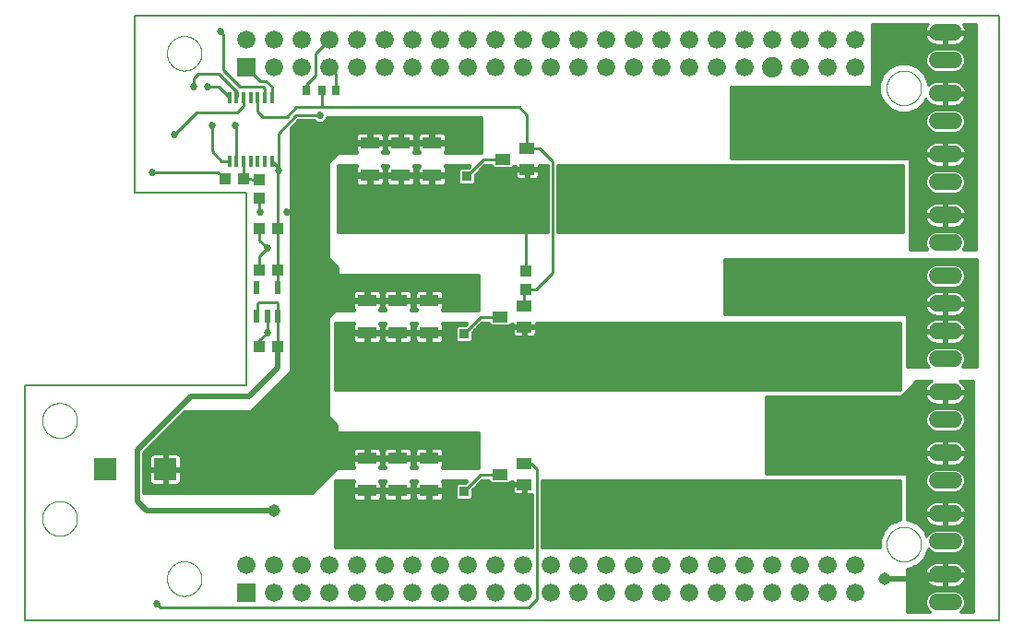
<source format=gbl>
G75*
%MOIN*%
%OFA0B0*%
%FSLAX25Y25*%
%IPPOS*%
%LPD*%
%AMOC8*
5,1,8,0,0,1.08239X$1,22.5*
%
%ADD10C,0.00500*%
%ADD11C,0.00000*%
%ADD12R,0.06600X0.06600*%
%ADD13C,0.06600*%
%ADD14C,0.07400*%
%ADD15R,0.07100X0.04400*%
%ADD16R,0.05512X0.03937*%
%ADD17C,0.06000*%
%ADD18R,0.08268X0.08268*%
%ADD19R,0.01200X0.03900*%
%ADD20R,0.04331X0.03937*%
%ADD21R,0.03937X0.04331*%
%ADD22R,0.02165X0.04724*%
%ADD23R,0.02600X0.03800*%
%ADD24C,0.01600*%
%ADD25C,0.03562*%
%ADD26C,0.01000*%
%ADD27C,0.02700*%
%ADD28C,0.02000*%
%ADD29C,0.04500*%
%ADD30C,0.05906*%
%ADD31R,0.03562X0.03562*%
D10*
X0026831Y0025600D02*
X0026831Y0110600D01*
X0106831Y0110600D01*
X0106831Y0180100D01*
X0066331Y0180100D01*
X0066331Y0244100D01*
X0378831Y0244100D01*
X0378831Y0025600D01*
X0026831Y0025600D01*
D11*
X0032996Y0062383D02*
X0032998Y0062541D01*
X0033004Y0062699D01*
X0033014Y0062857D01*
X0033028Y0063015D01*
X0033046Y0063172D01*
X0033067Y0063329D01*
X0033093Y0063485D01*
X0033123Y0063641D01*
X0033156Y0063796D01*
X0033194Y0063949D01*
X0033235Y0064102D01*
X0033280Y0064254D01*
X0033329Y0064405D01*
X0033382Y0064554D01*
X0033438Y0064702D01*
X0033498Y0064848D01*
X0033562Y0064993D01*
X0033630Y0065136D01*
X0033701Y0065278D01*
X0033775Y0065418D01*
X0033853Y0065555D01*
X0033935Y0065691D01*
X0034019Y0065825D01*
X0034108Y0065956D01*
X0034199Y0066085D01*
X0034294Y0066212D01*
X0034391Y0066337D01*
X0034492Y0066459D01*
X0034596Y0066578D01*
X0034703Y0066695D01*
X0034813Y0066809D01*
X0034926Y0066920D01*
X0035041Y0067029D01*
X0035159Y0067134D01*
X0035280Y0067236D01*
X0035403Y0067336D01*
X0035529Y0067432D01*
X0035657Y0067525D01*
X0035787Y0067615D01*
X0035920Y0067701D01*
X0036055Y0067785D01*
X0036191Y0067864D01*
X0036330Y0067941D01*
X0036471Y0068013D01*
X0036613Y0068083D01*
X0036757Y0068148D01*
X0036903Y0068210D01*
X0037050Y0068268D01*
X0037199Y0068323D01*
X0037349Y0068374D01*
X0037500Y0068421D01*
X0037652Y0068464D01*
X0037805Y0068503D01*
X0037960Y0068539D01*
X0038115Y0068570D01*
X0038271Y0068598D01*
X0038427Y0068622D01*
X0038584Y0068642D01*
X0038742Y0068658D01*
X0038899Y0068670D01*
X0039058Y0068678D01*
X0039216Y0068682D01*
X0039374Y0068682D01*
X0039532Y0068678D01*
X0039691Y0068670D01*
X0039848Y0068658D01*
X0040006Y0068642D01*
X0040163Y0068622D01*
X0040319Y0068598D01*
X0040475Y0068570D01*
X0040630Y0068539D01*
X0040785Y0068503D01*
X0040938Y0068464D01*
X0041090Y0068421D01*
X0041241Y0068374D01*
X0041391Y0068323D01*
X0041540Y0068268D01*
X0041687Y0068210D01*
X0041833Y0068148D01*
X0041977Y0068083D01*
X0042119Y0068013D01*
X0042260Y0067941D01*
X0042399Y0067864D01*
X0042535Y0067785D01*
X0042670Y0067701D01*
X0042803Y0067615D01*
X0042933Y0067525D01*
X0043061Y0067432D01*
X0043187Y0067336D01*
X0043310Y0067236D01*
X0043431Y0067134D01*
X0043549Y0067029D01*
X0043664Y0066920D01*
X0043777Y0066809D01*
X0043887Y0066695D01*
X0043994Y0066578D01*
X0044098Y0066459D01*
X0044199Y0066337D01*
X0044296Y0066212D01*
X0044391Y0066085D01*
X0044482Y0065956D01*
X0044571Y0065825D01*
X0044655Y0065691D01*
X0044737Y0065555D01*
X0044815Y0065418D01*
X0044889Y0065278D01*
X0044960Y0065136D01*
X0045028Y0064993D01*
X0045092Y0064848D01*
X0045152Y0064702D01*
X0045208Y0064554D01*
X0045261Y0064405D01*
X0045310Y0064254D01*
X0045355Y0064102D01*
X0045396Y0063949D01*
X0045434Y0063796D01*
X0045467Y0063641D01*
X0045497Y0063485D01*
X0045523Y0063329D01*
X0045544Y0063172D01*
X0045562Y0063015D01*
X0045576Y0062857D01*
X0045586Y0062699D01*
X0045592Y0062541D01*
X0045594Y0062383D01*
X0045592Y0062225D01*
X0045586Y0062067D01*
X0045576Y0061909D01*
X0045562Y0061751D01*
X0045544Y0061594D01*
X0045523Y0061437D01*
X0045497Y0061281D01*
X0045467Y0061125D01*
X0045434Y0060970D01*
X0045396Y0060817D01*
X0045355Y0060664D01*
X0045310Y0060512D01*
X0045261Y0060361D01*
X0045208Y0060212D01*
X0045152Y0060064D01*
X0045092Y0059918D01*
X0045028Y0059773D01*
X0044960Y0059630D01*
X0044889Y0059488D01*
X0044815Y0059348D01*
X0044737Y0059211D01*
X0044655Y0059075D01*
X0044571Y0058941D01*
X0044482Y0058810D01*
X0044391Y0058681D01*
X0044296Y0058554D01*
X0044199Y0058429D01*
X0044098Y0058307D01*
X0043994Y0058188D01*
X0043887Y0058071D01*
X0043777Y0057957D01*
X0043664Y0057846D01*
X0043549Y0057737D01*
X0043431Y0057632D01*
X0043310Y0057530D01*
X0043187Y0057430D01*
X0043061Y0057334D01*
X0042933Y0057241D01*
X0042803Y0057151D01*
X0042670Y0057065D01*
X0042535Y0056981D01*
X0042399Y0056902D01*
X0042260Y0056825D01*
X0042119Y0056753D01*
X0041977Y0056683D01*
X0041833Y0056618D01*
X0041687Y0056556D01*
X0041540Y0056498D01*
X0041391Y0056443D01*
X0041241Y0056392D01*
X0041090Y0056345D01*
X0040938Y0056302D01*
X0040785Y0056263D01*
X0040630Y0056227D01*
X0040475Y0056196D01*
X0040319Y0056168D01*
X0040163Y0056144D01*
X0040006Y0056124D01*
X0039848Y0056108D01*
X0039691Y0056096D01*
X0039532Y0056088D01*
X0039374Y0056084D01*
X0039216Y0056084D01*
X0039058Y0056088D01*
X0038899Y0056096D01*
X0038742Y0056108D01*
X0038584Y0056124D01*
X0038427Y0056144D01*
X0038271Y0056168D01*
X0038115Y0056196D01*
X0037960Y0056227D01*
X0037805Y0056263D01*
X0037652Y0056302D01*
X0037500Y0056345D01*
X0037349Y0056392D01*
X0037199Y0056443D01*
X0037050Y0056498D01*
X0036903Y0056556D01*
X0036757Y0056618D01*
X0036613Y0056683D01*
X0036471Y0056753D01*
X0036330Y0056825D01*
X0036191Y0056902D01*
X0036055Y0056981D01*
X0035920Y0057065D01*
X0035787Y0057151D01*
X0035657Y0057241D01*
X0035529Y0057334D01*
X0035403Y0057430D01*
X0035280Y0057530D01*
X0035159Y0057632D01*
X0035041Y0057737D01*
X0034926Y0057846D01*
X0034813Y0057957D01*
X0034703Y0058071D01*
X0034596Y0058188D01*
X0034492Y0058307D01*
X0034391Y0058429D01*
X0034294Y0058554D01*
X0034199Y0058681D01*
X0034108Y0058810D01*
X0034019Y0058941D01*
X0033935Y0059075D01*
X0033853Y0059211D01*
X0033775Y0059348D01*
X0033701Y0059488D01*
X0033630Y0059630D01*
X0033562Y0059773D01*
X0033498Y0059918D01*
X0033438Y0060064D01*
X0033382Y0060212D01*
X0033329Y0060361D01*
X0033280Y0060512D01*
X0033235Y0060664D01*
X0033194Y0060817D01*
X0033156Y0060970D01*
X0033123Y0061125D01*
X0033093Y0061281D01*
X0033067Y0061437D01*
X0033046Y0061594D01*
X0033028Y0061751D01*
X0033014Y0061909D01*
X0033004Y0062067D01*
X0032998Y0062225D01*
X0032996Y0062383D01*
X0078081Y0040600D02*
X0078083Y0040758D01*
X0078089Y0040915D01*
X0078099Y0041073D01*
X0078113Y0041230D01*
X0078131Y0041386D01*
X0078152Y0041543D01*
X0078178Y0041698D01*
X0078208Y0041853D01*
X0078241Y0042007D01*
X0078279Y0042160D01*
X0078320Y0042313D01*
X0078365Y0042464D01*
X0078414Y0042614D01*
X0078467Y0042762D01*
X0078523Y0042910D01*
X0078584Y0043055D01*
X0078647Y0043200D01*
X0078715Y0043342D01*
X0078786Y0043483D01*
X0078860Y0043622D01*
X0078938Y0043759D01*
X0079020Y0043894D01*
X0079104Y0044027D01*
X0079193Y0044158D01*
X0079284Y0044286D01*
X0079379Y0044413D01*
X0079476Y0044536D01*
X0079577Y0044658D01*
X0079681Y0044776D01*
X0079788Y0044892D01*
X0079898Y0045005D01*
X0080010Y0045116D01*
X0080126Y0045223D01*
X0080244Y0045328D01*
X0080364Y0045430D01*
X0080487Y0045528D01*
X0080613Y0045624D01*
X0080741Y0045716D01*
X0080871Y0045805D01*
X0081003Y0045891D01*
X0081138Y0045973D01*
X0081275Y0046052D01*
X0081413Y0046127D01*
X0081553Y0046199D01*
X0081696Y0046267D01*
X0081839Y0046332D01*
X0081985Y0046393D01*
X0082132Y0046450D01*
X0082280Y0046504D01*
X0082430Y0046554D01*
X0082580Y0046600D01*
X0082732Y0046642D01*
X0082885Y0046681D01*
X0083039Y0046715D01*
X0083194Y0046746D01*
X0083349Y0046772D01*
X0083505Y0046795D01*
X0083662Y0046814D01*
X0083819Y0046829D01*
X0083976Y0046840D01*
X0084134Y0046847D01*
X0084292Y0046850D01*
X0084449Y0046849D01*
X0084607Y0046844D01*
X0084764Y0046835D01*
X0084922Y0046822D01*
X0085078Y0046805D01*
X0085235Y0046784D01*
X0085390Y0046760D01*
X0085545Y0046731D01*
X0085700Y0046698D01*
X0085853Y0046662D01*
X0086006Y0046621D01*
X0086157Y0046577D01*
X0086307Y0046529D01*
X0086456Y0046478D01*
X0086604Y0046422D01*
X0086750Y0046363D01*
X0086895Y0046300D01*
X0087038Y0046233D01*
X0087179Y0046163D01*
X0087318Y0046090D01*
X0087456Y0046013D01*
X0087592Y0045932D01*
X0087725Y0045848D01*
X0087856Y0045761D01*
X0087985Y0045670D01*
X0088112Y0045576D01*
X0088237Y0045479D01*
X0088358Y0045379D01*
X0088478Y0045276D01*
X0088594Y0045170D01*
X0088708Y0045061D01*
X0088820Y0044949D01*
X0088928Y0044835D01*
X0089033Y0044717D01*
X0089136Y0044597D01*
X0089235Y0044475D01*
X0089331Y0044350D01*
X0089424Y0044222D01*
X0089514Y0044093D01*
X0089600Y0043961D01*
X0089684Y0043827D01*
X0089763Y0043691D01*
X0089840Y0043553D01*
X0089912Y0043413D01*
X0089981Y0043271D01*
X0090047Y0043128D01*
X0090109Y0042983D01*
X0090167Y0042836D01*
X0090222Y0042688D01*
X0090273Y0042539D01*
X0090320Y0042388D01*
X0090363Y0042237D01*
X0090402Y0042084D01*
X0090438Y0041930D01*
X0090469Y0041776D01*
X0090497Y0041621D01*
X0090521Y0041465D01*
X0090541Y0041308D01*
X0090557Y0041151D01*
X0090569Y0040994D01*
X0090577Y0040837D01*
X0090581Y0040679D01*
X0090581Y0040521D01*
X0090577Y0040363D01*
X0090569Y0040206D01*
X0090557Y0040049D01*
X0090541Y0039892D01*
X0090521Y0039735D01*
X0090497Y0039579D01*
X0090469Y0039424D01*
X0090438Y0039270D01*
X0090402Y0039116D01*
X0090363Y0038963D01*
X0090320Y0038812D01*
X0090273Y0038661D01*
X0090222Y0038512D01*
X0090167Y0038364D01*
X0090109Y0038217D01*
X0090047Y0038072D01*
X0089981Y0037929D01*
X0089912Y0037787D01*
X0089840Y0037647D01*
X0089763Y0037509D01*
X0089684Y0037373D01*
X0089600Y0037239D01*
X0089514Y0037107D01*
X0089424Y0036978D01*
X0089331Y0036850D01*
X0089235Y0036725D01*
X0089136Y0036603D01*
X0089033Y0036483D01*
X0088928Y0036365D01*
X0088820Y0036251D01*
X0088708Y0036139D01*
X0088594Y0036030D01*
X0088478Y0035924D01*
X0088358Y0035821D01*
X0088237Y0035721D01*
X0088112Y0035624D01*
X0087985Y0035530D01*
X0087856Y0035439D01*
X0087725Y0035352D01*
X0087592Y0035268D01*
X0087456Y0035187D01*
X0087318Y0035110D01*
X0087179Y0035037D01*
X0087038Y0034967D01*
X0086895Y0034900D01*
X0086750Y0034837D01*
X0086604Y0034778D01*
X0086456Y0034722D01*
X0086307Y0034671D01*
X0086157Y0034623D01*
X0086006Y0034579D01*
X0085853Y0034538D01*
X0085700Y0034502D01*
X0085545Y0034469D01*
X0085390Y0034440D01*
X0085235Y0034416D01*
X0085078Y0034395D01*
X0084922Y0034378D01*
X0084764Y0034365D01*
X0084607Y0034356D01*
X0084449Y0034351D01*
X0084292Y0034350D01*
X0084134Y0034353D01*
X0083976Y0034360D01*
X0083819Y0034371D01*
X0083662Y0034386D01*
X0083505Y0034405D01*
X0083349Y0034428D01*
X0083194Y0034454D01*
X0083039Y0034485D01*
X0082885Y0034519D01*
X0082732Y0034558D01*
X0082580Y0034600D01*
X0082430Y0034646D01*
X0082280Y0034696D01*
X0082132Y0034750D01*
X0081985Y0034807D01*
X0081839Y0034868D01*
X0081696Y0034933D01*
X0081553Y0035001D01*
X0081413Y0035073D01*
X0081275Y0035148D01*
X0081138Y0035227D01*
X0081003Y0035309D01*
X0080871Y0035395D01*
X0080741Y0035484D01*
X0080613Y0035576D01*
X0080487Y0035672D01*
X0080364Y0035770D01*
X0080244Y0035872D01*
X0080126Y0035977D01*
X0080010Y0036084D01*
X0079898Y0036195D01*
X0079788Y0036308D01*
X0079681Y0036424D01*
X0079577Y0036542D01*
X0079476Y0036664D01*
X0079379Y0036787D01*
X0079284Y0036914D01*
X0079193Y0037042D01*
X0079104Y0037173D01*
X0079020Y0037306D01*
X0078938Y0037441D01*
X0078860Y0037578D01*
X0078786Y0037717D01*
X0078715Y0037858D01*
X0078647Y0038000D01*
X0078584Y0038145D01*
X0078523Y0038290D01*
X0078467Y0038438D01*
X0078414Y0038586D01*
X0078365Y0038736D01*
X0078320Y0038887D01*
X0078279Y0039040D01*
X0078241Y0039193D01*
X0078208Y0039347D01*
X0078178Y0039502D01*
X0078152Y0039657D01*
X0078131Y0039814D01*
X0078113Y0039970D01*
X0078099Y0040127D01*
X0078089Y0040285D01*
X0078083Y0040442D01*
X0078081Y0040600D01*
X0032996Y0097817D02*
X0032998Y0097975D01*
X0033004Y0098133D01*
X0033014Y0098291D01*
X0033028Y0098449D01*
X0033046Y0098606D01*
X0033067Y0098763D01*
X0033093Y0098919D01*
X0033123Y0099075D01*
X0033156Y0099230D01*
X0033194Y0099383D01*
X0033235Y0099536D01*
X0033280Y0099688D01*
X0033329Y0099839D01*
X0033382Y0099988D01*
X0033438Y0100136D01*
X0033498Y0100282D01*
X0033562Y0100427D01*
X0033630Y0100570D01*
X0033701Y0100712D01*
X0033775Y0100852D01*
X0033853Y0100989D01*
X0033935Y0101125D01*
X0034019Y0101259D01*
X0034108Y0101390D01*
X0034199Y0101519D01*
X0034294Y0101646D01*
X0034391Y0101771D01*
X0034492Y0101893D01*
X0034596Y0102012D01*
X0034703Y0102129D01*
X0034813Y0102243D01*
X0034926Y0102354D01*
X0035041Y0102463D01*
X0035159Y0102568D01*
X0035280Y0102670D01*
X0035403Y0102770D01*
X0035529Y0102866D01*
X0035657Y0102959D01*
X0035787Y0103049D01*
X0035920Y0103135D01*
X0036055Y0103219D01*
X0036191Y0103298D01*
X0036330Y0103375D01*
X0036471Y0103447D01*
X0036613Y0103517D01*
X0036757Y0103582D01*
X0036903Y0103644D01*
X0037050Y0103702D01*
X0037199Y0103757D01*
X0037349Y0103808D01*
X0037500Y0103855D01*
X0037652Y0103898D01*
X0037805Y0103937D01*
X0037960Y0103973D01*
X0038115Y0104004D01*
X0038271Y0104032D01*
X0038427Y0104056D01*
X0038584Y0104076D01*
X0038742Y0104092D01*
X0038899Y0104104D01*
X0039058Y0104112D01*
X0039216Y0104116D01*
X0039374Y0104116D01*
X0039532Y0104112D01*
X0039691Y0104104D01*
X0039848Y0104092D01*
X0040006Y0104076D01*
X0040163Y0104056D01*
X0040319Y0104032D01*
X0040475Y0104004D01*
X0040630Y0103973D01*
X0040785Y0103937D01*
X0040938Y0103898D01*
X0041090Y0103855D01*
X0041241Y0103808D01*
X0041391Y0103757D01*
X0041540Y0103702D01*
X0041687Y0103644D01*
X0041833Y0103582D01*
X0041977Y0103517D01*
X0042119Y0103447D01*
X0042260Y0103375D01*
X0042399Y0103298D01*
X0042535Y0103219D01*
X0042670Y0103135D01*
X0042803Y0103049D01*
X0042933Y0102959D01*
X0043061Y0102866D01*
X0043187Y0102770D01*
X0043310Y0102670D01*
X0043431Y0102568D01*
X0043549Y0102463D01*
X0043664Y0102354D01*
X0043777Y0102243D01*
X0043887Y0102129D01*
X0043994Y0102012D01*
X0044098Y0101893D01*
X0044199Y0101771D01*
X0044296Y0101646D01*
X0044391Y0101519D01*
X0044482Y0101390D01*
X0044571Y0101259D01*
X0044655Y0101125D01*
X0044737Y0100989D01*
X0044815Y0100852D01*
X0044889Y0100712D01*
X0044960Y0100570D01*
X0045028Y0100427D01*
X0045092Y0100282D01*
X0045152Y0100136D01*
X0045208Y0099988D01*
X0045261Y0099839D01*
X0045310Y0099688D01*
X0045355Y0099536D01*
X0045396Y0099383D01*
X0045434Y0099230D01*
X0045467Y0099075D01*
X0045497Y0098919D01*
X0045523Y0098763D01*
X0045544Y0098606D01*
X0045562Y0098449D01*
X0045576Y0098291D01*
X0045586Y0098133D01*
X0045592Y0097975D01*
X0045594Y0097817D01*
X0045592Y0097659D01*
X0045586Y0097501D01*
X0045576Y0097343D01*
X0045562Y0097185D01*
X0045544Y0097028D01*
X0045523Y0096871D01*
X0045497Y0096715D01*
X0045467Y0096559D01*
X0045434Y0096404D01*
X0045396Y0096251D01*
X0045355Y0096098D01*
X0045310Y0095946D01*
X0045261Y0095795D01*
X0045208Y0095646D01*
X0045152Y0095498D01*
X0045092Y0095352D01*
X0045028Y0095207D01*
X0044960Y0095064D01*
X0044889Y0094922D01*
X0044815Y0094782D01*
X0044737Y0094645D01*
X0044655Y0094509D01*
X0044571Y0094375D01*
X0044482Y0094244D01*
X0044391Y0094115D01*
X0044296Y0093988D01*
X0044199Y0093863D01*
X0044098Y0093741D01*
X0043994Y0093622D01*
X0043887Y0093505D01*
X0043777Y0093391D01*
X0043664Y0093280D01*
X0043549Y0093171D01*
X0043431Y0093066D01*
X0043310Y0092964D01*
X0043187Y0092864D01*
X0043061Y0092768D01*
X0042933Y0092675D01*
X0042803Y0092585D01*
X0042670Y0092499D01*
X0042535Y0092415D01*
X0042399Y0092336D01*
X0042260Y0092259D01*
X0042119Y0092187D01*
X0041977Y0092117D01*
X0041833Y0092052D01*
X0041687Y0091990D01*
X0041540Y0091932D01*
X0041391Y0091877D01*
X0041241Y0091826D01*
X0041090Y0091779D01*
X0040938Y0091736D01*
X0040785Y0091697D01*
X0040630Y0091661D01*
X0040475Y0091630D01*
X0040319Y0091602D01*
X0040163Y0091578D01*
X0040006Y0091558D01*
X0039848Y0091542D01*
X0039691Y0091530D01*
X0039532Y0091522D01*
X0039374Y0091518D01*
X0039216Y0091518D01*
X0039058Y0091522D01*
X0038899Y0091530D01*
X0038742Y0091542D01*
X0038584Y0091558D01*
X0038427Y0091578D01*
X0038271Y0091602D01*
X0038115Y0091630D01*
X0037960Y0091661D01*
X0037805Y0091697D01*
X0037652Y0091736D01*
X0037500Y0091779D01*
X0037349Y0091826D01*
X0037199Y0091877D01*
X0037050Y0091932D01*
X0036903Y0091990D01*
X0036757Y0092052D01*
X0036613Y0092117D01*
X0036471Y0092187D01*
X0036330Y0092259D01*
X0036191Y0092336D01*
X0036055Y0092415D01*
X0035920Y0092499D01*
X0035787Y0092585D01*
X0035657Y0092675D01*
X0035529Y0092768D01*
X0035403Y0092864D01*
X0035280Y0092964D01*
X0035159Y0093066D01*
X0035041Y0093171D01*
X0034926Y0093280D01*
X0034813Y0093391D01*
X0034703Y0093505D01*
X0034596Y0093622D01*
X0034492Y0093741D01*
X0034391Y0093863D01*
X0034294Y0093988D01*
X0034199Y0094115D01*
X0034108Y0094244D01*
X0034019Y0094375D01*
X0033935Y0094509D01*
X0033853Y0094645D01*
X0033775Y0094782D01*
X0033701Y0094922D01*
X0033630Y0095064D01*
X0033562Y0095207D01*
X0033498Y0095352D01*
X0033438Y0095498D01*
X0033382Y0095646D01*
X0033329Y0095795D01*
X0033280Y0095946D01*
X0033235Y0096098D01*
X0033194Y0096251D01*
X0033156Y0096404D01*
X0033123Y0096559D01*
X0033093Y0096715D01*
X0033067Y0096871D01*
X0033046Y0097028D01*
X0033028Y0097185D01*
X0033014Y0097343D01*
X0033004Y0097501D01*
X0032998Y0097659D01*
X0032996Y0097817D01*
X0078081Y0230600D02*
X0078083Y0230758D01*
X0078089Y0230915D01*
X0078099Y0231073D01*
X0078113Y0231230D01*
X0078131Y0231386D01*
X0078152Y0231543D01*
X0078178Y0231698D01*
X0078208Y0231853D01*
X0078241Y0232007D01*
X0078279Y0232160D01*
X0078320Y0232313D01*
X0078365Y0232464D01*
X0078414Y0232614D01*
X0078467Y0232762D01*
X0078523Y0232910D01*
X0078584Y0233055D01*
X0078647Y0233200D01*
X0078715Y0233342D01*
X0078786Y0233483D01*
X0078860Y0233622D01*
X0078938Y0233759D01*
X0079020Y0233894D01*
X0079104Y0234027D01*
X0079193Y0234158D01*
X0079284Y0234286D01*
X0079379Y0234413D01*
X0079476Y0234536D01*
X0079577Y0234658D01*
X0079681Y0234776D01*
X0079788Y0234892D01*
X0079898Y0235005D01*
X0080010Y0235116D01*
X0080126Y0235223D01*
X0080244Y0235328D01*
X0080364Y0235430D01*
X0080487Y0235528D01*
X0080613Y0235624D01*
X0080741Y0235716D01*
X0080871Y0235805D01*
X0081003Y0235891D01*
X0081138Y0235973D01*
X0081275Y0236052D01*
X0081413Y0236127D01*
X0081553Y0236199D01*
X0081696Y0236267D01*
X0081839Y0236332D01*
X0081985Y0236393D01*
X0082132Y0236450D01*
X0082280Y0236504D01*
X0082430Y0236554D01*
X0082580Y0236600D01*
X0082732Y0236642D01*
X0082885Y0236681D01*
X0083039Y0236715D01*
X0083194Y0236746D01*
X0083349Y0236772D01*
X0083505Y0236795D01*
X0083662Y0236814D01*
X0083819Y0236829D01*
X0083976Y0236840D01*
X0084134Y0236847D01*
X0084292Y0236850D01*
X0084449Y0236849D01*
X0084607Y0236844D01*
X0084764Y0236835D01*
X0084922Y0236822D01*
X0085078Y0236805D01*
X0085235Y0236784D01*
X0085390Y0236760D01*
X0085545Y0236731D01*
X0085700Y0236698D01*
X0085853Y0236662D01*
X0086006Y0236621D01*
X0086157Y0236577D01*
X0086307Y0236529D01*
X0086456Y0236478D01*
X0086604Y0236422D01*
X0086750Y0236363D01*
X0086895Y0236300D01*
X0087038Y0236233D01*
X0087179Y0236163D01*
X0087318Y0236090D01*
X0087456Y0236013D01*
X0087592Y0235932D01*
X0087725Y0235848D01*
X0087856Y0235761D01*
X0087985Y0235670D01*
X0088112Y0235576D01*
X0088237Y0235479D01*
X0088358Y0235379D01*
X0088478Y0235276D01*
X0088594Y0235170D01*
X0088708Y0235061D01*
X0088820Y0234949D01*
X0088928Y0234835D01*
X0089033Y0234717D01*
X0089136Y0234597D01*
X0089235Y0234475D01*
X0089331Y0234350D01*
X0089424Y0234222D01*
X0089514Y0234093D01*
X0089600Y0233961D01*
X0089684Y0233827D01*
X0089763Y0233691D01*
X0089840Y0233553D01*
X0089912Y0233413D01*
X0089981Y0233271D01*
X0090047Y0233128D01*
X0090109Y0232983D01*
X0090167Y0232836D01*
X0090222Y0232688D01*
X0090273Y0232539D01*
X0090320Y0232388D01*
X0090363Y0232237D01*
X0090402Y0232084D01*
X0090438Y0231930D01*
X0090469Y0231776D01*
X0090497Y0231621D01*
X0090521Y0231465D01*
X0090541Y0231308D01*
X0090557Y0231151D01*
X0090569Y0230994D01*
X0090577Y0230837D01*
X0090581Y0230679D01*
X0090581Y0230521D01*
X0090577Y0230363D01*
X0090569Y0230206D01*
X0090557Y0230049D01*
X0090541Y0229892D01*
X0090521Y0229735D01*
X0090497Y0229579D01*
X0090469Y0229424D01*
X0090438Y0229270D01*
X0090402Y0229116D01*
X0090363Y0228963D01*
X0090320Y0228812D01*
X0090273Y0228661D01*
X0090222Y0228512D01*
X0090167Y0228364D01*
X0090109Y0228217D01*
X0090047Y0228072D01*
X0089981Y0227929D01*
X0089912Y0227787D01*
X0089840Y0227647D01*
X0089763Y0227509D01*
X0089684Y0227373D01*
X0089600Y0227239D01*
X0089514Y0227107D01*
X0089424Y0226978D01*
X0089331Y0226850D01*
X0089235Y0226725D01*
X0089136Y0226603D01*
X0089033Y0226483D01*
X0088928Y0226365D01*
X0088820Y0226251D01*
X0088708Y0226139D01*
X0088594Y0226030D01*
X0088478Y0225924D01*
X0088358Y0225821D01*
X0088237Y0225721D01*
X0088112Y0225624D01*
X0087985Y0225530D01*
X0087856Y0225439D01*
X0087725Y0225352D01*
X0087592Y0225268D01*
X0087456Y0225187D01*
X0087318Y0225110D01*
X0087179Y0225037D01*
X0087038Y0224967D01*
X0086895Y0224900D01*
X0086750Y0224837D01*
X0086604Y0224778D01*
X0086456Y0224722D01*
X0086307Y0224671D01*
X0086157Y0224623D01*
X0086006Y0224579D01*
X0085853Y0224538D01*
X0085700Y0224502D01*
X0085545Y0224469D01*
X0085390Y0224440D01*
X0085235Y0224416D01*
X0085078Y0224395D01*
X0084922Y0224378D01*
X0084764Y0224365D01*
X0084607Y0224356D01*
X0084449Y0224351D01*
X0084292Y0224350D01*
X0084134Y0224353D01*
X0083976Y0224360D01*
X0083819Y0224371D01*
X0083662Y0224386D01*
X0083505Y0224405D01*
X0083349Y0224428D01*
X0083194Y0224454D01*
X0083039Y0224485D01*
X0082885Y0224519D01*
X0082732Y0224558D01*
X0082580Y0224600D01*
X0082430Y0224646D01*
X0082280Y0224696D01*
X0082132Y0224750D01*
X0081985Y0224807D01*
X0081839Y0224868D01*
X0081696Y0224933D01*
X0081553Y0225001D01*
X0081413Y0225073D01*
X0081275Y0225148D01*
X0081138Y0225227D01*
X0081003Y0225309D01*
X0080871Y0225395D01*
X0080741Y0225484D01*
X0080613Y0225576D01*
X0080487Y0225672D01*
X0080364Y0225770D01*
X0080244Y0225872D01*
X0080126Y0225977D01*
X0080010Y0226084D01*
X0079898Y0226195D01*
X0079788Y0226308D01*
X0079681Y0226424D01*
X0079577Y0226542D01*
X0079476Y0226664D01*
X0079379Y0226787D01*
X0079284Y0226914D01*
X0079193Y0227042D01*
X0079104Y0227173D01*
X0079020Y0227306D01*
X0078938Y0227441D01*
X0078860Y0227578D01*
X0078786Y0227717D01*
X0078715Y0227858D01*
X0078647Y0228000D01*
X0078584Y0228145D01*
X0078523Y0228290D01*
X0078467Y0228438D01*
X0078414Y0228586D01*
X0078365Y0228736D01*
X0078320Y0228887D01*
X0078279Y0229040D01*
X0078241Y0229193D01*
X0078208Y0229347D01*
X0078178Y0229502D01*
X0078152Y0229657D01*
X0078131Y0229814D01*
X0078113Y0229970D01*
X0078099Y0230127D01*
X0078089Y0230285D01*
X0078083Y0230442D01*
X0078081Y0230600D01*
X0338081Y0218100D02*
X0338083Y0218258D01*
X0338089Y0218415D01*
X0338099Y0218573D01*
X0338113Y0218730D01*
X0338131Y0218886D01*
X0338152Y0219043D01*
X0338178Y0219198D01*
X0338208Y0219353D01*
X0338241Y0219507D01*
X0338279Y0219660D01*
X0338320Y0219813D01*
X0338365Y0219964D01*
X0338414Y0220114D01*
X0338467Y0220262D01*
X0338523Y0220410D01*
X0338584Y0220555D01*
X0338647Y0220700D01*
X0338715Y0220842D01*
X0338786Y0220983D01*
X0338860Y0221122D01*
X0338938Y0221259D01*
X0339020Y0221394D01*
X0339104Y0221527D01*
X0339193Y0221658D01*
X0339284Y0221786D01*
X0339379Y0221913D01*
X0339476Y0222036D01*
X0339577Y0222158D01*
X0339681Y0222276D01*
X0339788Y0222392D01*
X0339898Y0222505D01*
X0340010Y0222616D01*
X0340126Y0222723D01*
X0340244Y0222828D01*
X0340364Y0222930D01*
X0340487Y0223028D01*
X0340613Y0223124D01*
X0340741Y0223216D01*
X0340871Y0223305D01*
X0341003Y0223391D01*
X0341138Y0223473D01*
X0341275Y0223552D01*
X0341413Y0223627D01*
X0341553Y0223699D01*
X0341696Y0223767D01*
X0341839Y0223832D01*
X0341985Y0223893D01*
X0342132Y0223950D01*
X0342280Y0224004D01*
X0342430Y0224054D01*
X0342580Y0224100D01*
X0342732Y0224142D01*
X0342885Y0224181D01*
X0343039Y0224215D01*
X0343194Y0224246D01*
X0343349Y0224272D01*
X0343505Y0224295D01*
X0343662Y0224314D01*
X0343819Y0224329D01*
X0343976Y0224340D01*
X0344134Y0224347D01*
X0344292Y0224350D01*
X0344449Y0224349D01*
X0344607Y0224344D01*
X0344764Y0224335D01*
X0344922Y0224322D01*
X0345078Y0224305D01*
X0345235Y0224284D01*
X0345390Y0224260D01*
X0345545Y0224231D01*
X0345700Y0224198D01*
X0345853Y0224162D01*
X0346006Y0224121D01*
X0346157Y0224077D01*
X0346307Y0224029D01*
X0346456Y0223978D01*
X0346604Y0223922D01*
X0346750Y0223863D01*
X0346895Y0223800D01*
X0347038Y0223733D01*
X0347179Y0223663D01*
X0347318Y0223590D01*
X0347456Y0223513D01*
X0347592Y0223432D01*
X0347725Y0223348D01*
X0347856Y0223261D01*
X0347985Y0223170D01*
X0348112Y0223076D01*
X0348237Y0222979D01*
X0348358Y0222879D01*
X0348478Y0222776D01*
X0348594Y0222670D01*
X0348708Y0222561D01*
X0348820Y0222449D01*
X0348928Y0222335D01*
X0349033Y0222217D01*
X0349136Y0222097D01*
X0349235Y0221975D01*
X0349331Y0221850D01*
X0349424Y0221722D01*
X0349514Y0221593D01*
X0349600Y0221461D01*
X0349684Y0221327D01*
X0349763Y0221191D01*
X0349840Y0221053D01*
X0349912Y0220913D01*
X0349981Y0220771D01*
X0350047Y0220628D01*
X0350109Y0220483D01*
X0350167Y0220336D01*
X0350222Y0220188D01*
X0350273Y0220039D01*
X0350320Y0219888D01*
X0350363Y0219737D01*
X0350402Y0219584D01*
X0350438Y0219430D01*
X0350469Y0219276D01*
X0350497Y0219121D01*
X0350521Y0218965D01*
X0350541Y0218808D01*
X0350557Y0218651D01*
X0350569Y0218494D01*
X0350577Y0218337D01*
X0350581Y0218179D01*
X0350581Y0218021D01*
X0350577Y0217863D01*
X0350569Y0217706D01*
X0350557Y0217549D01*
X0350541Y0217392D01*
X0350521Y0217235D01*
X0350497Y0217079D01*
X0350469Y0216924D01*
X0350438Y0216770D01*
X0350402Y0216616D01*
X0350363Y0216463D01*
X0350320Y0216312D01*
X0350273Y0216161D01*
X0350222Y0216012D01*
X0350167Y0215864D01*
X0350109Y0215717D01*
X0350047Y0215572D01*
X0349981Y0215429D01*
X0349912Y0215287D01*
X0349840Y0215147D01*
X0349763Y0215009D01*
X0349684Y0214873D01*
X0349600Y0214739D01*
X0349514Y0214607D01*
X0349424Y0214478D01*
X0349331Y0214350D01*
X0349235Y0214225D01*
X0349136Y0214103D01*
X0349033Y0213983D01*
X0348928Y0213865D01*
X0348820Y0213751D01*
X0348708Y0213639D01*
X0348594Y0213530D01*
X0348478Y0213424D01*
X0348358Y0213321D01*
X0348237Y0213221D01*
X0348112Y0213124D01*
X0347985Y0213030D01*
X0347856Y0212939D01*
X0347725Y0212852D01*
X0347592Y0212768D01*
X0347456Y0212687D01*
X0347318Y0212610D01*
X0347179Y0212537D01*
X0347038Y0212467D01*
X0346895Y0212400D01*
X0346750Y0212337D01*
X0346604Y0212278D01*
X0346456Y0212222D01*
X0346307Y0212171D01*
X0346157Y0212123D01*
X0346006Y0212079D01*
X0345853Y0212038D01*
X0345700Y0212002D01*
X0345545Y0211969D01*
X0345390Y0211940D01*
X0345235Y0211916D01*
X0345078Y0211895D01*
X0344922Y0211878D01*
X0344764Y0211865D01*
X0344607Y0211856D01*
X0344449Y0211851D01*
X0344292Y0211850D01*
X0344134Y0211853D01*
X0343976Y0211860D01*
X0343819Y0211871D01*
X0343662Y0211886D01*
X0343505Y0211905D01*
X0343349Y0211928D01*
X0343194Y0211954D01*
X0343039Y0211985D01*
X0342885Y0212019D01*
X0342732Y0212058D01*
X0342580Y0212100D01*
X0342430Y0212146D01*
X0342280Y0212196D01*
X0342132Y0212250D01*
X0341985Y0212307D01*
X0341839Y0212368D01*
X0341696Y0212433D01*
X0341553Y0212501D01*
X0341413Y0212573D01*
X0341275Y0212648D01*
X0341138Y0212727D01*
X0341003Y0212809D01*
X0340871Y0212895D01*
X0340741Y0212984D01*
X0340613Y0213076D01*
X0340487Y0213172D01*
X0340364Y0213270D01*
X0340244Y0213372D01*
X0340126Y0213477D01*
X0340010Y0213584D01*
X0339898Y0213695D01*
X0339788Y0213808D01*
X0339681Y0213924D01*
X0339577Y0214042D01*
X0339476Y0214164D01*
X0339379Y0214287D01*
X0339284Y0214414D01*
X0339193Y0214542D01*
X0339104Y0214673D01*
X0339020Y0214806D01*
X0338938Y0214941D01*
X0338860Y0215078D01*
X0338786Y0215217D01*
X0338715Y0215358D01*
X0338647Y0215500D01*
X0338584Y0215645D01*
X0338523Y0215790D01*
X0338467Y0215938D01*
X0338414Y0216086D01*
X0338365Y0216236D01*
X0338320Y0216387D01*
X0338279Y0216540D01*
X0338241Y0216693D01*
X0338208Y0216847D01*
X0338178Y0217002D01*
X0338152Y0217157D01*
X0338131Y0217314D01*
X0338113Y0217470D01*
X0338099Y0217627D01*
X0338089Y0217785D01*
X0338083Y0217942D01*
X0338081Y0218100D01*
X0338081Y0053100D02*
X0338083Y0053258D01*
X0338089Y0053415D01*
X0338099Y0053573D01*
X0338113Y0053730D01*
X0338131Y0053886D01*
X0338152Y0054043D01*
X0338178Y0054198D01*
X0338208Y0054353D01*
X0338241Y0054507D01*
X0338279Y0054660D01*
X0338320Y0054813D01*
X0338365Y0054964D01*
X0338414Y0055114D01*
X0338467Y0055262D01*
X0338523Y0055410D01*
X0338584Y0055555D01*
X0338647Y0055700D01*
X0338715Y0055842D01*
X0338786Y0055983D01*
X0338860Y0056122D01*
X0338938Y0056259D01*
X0339020Y0056394D01*
X0339104Y0056527D01*
X0339193Y0056658D01*
X0339284Y0056786D01*
X0339379Y0056913D01*
X0339476Y0057036D01*
X0339577Y0057158D01*
X0339681Y0057276D01*
X0339788Y0057392D01*
X0339898Y0057505D01*
X0340010Y0057616D01*
X0340126Y0057723D01*
X0340244Y0057828D01*
X0340364Y0057930D01*
X0340487Y0058028D01*
X0340613Y0058124D01*
X0340741Y0058216D01*
X0340871Y0058305D01*
X0341003Y0058391D01*
X0341138Y0058473D01*
X0341275Y0058552D01*
X0341413Y0058627D01*
X0341553Y0058699D01*
X0341696Y0058767D01*
X0341839Y0058832D01*
X0341985Y0058893D01*
X0342132Y0058950D01*
X0342280Y0059004D01*
X0342430Y0059054D01*
X0342580Y0059100D01*
X0342732Y0059142D01*
X0342885Y0059181D01*
X0343039Y0059215D01*
X0343194Y0059246D01*
X0343349Y0059272D01*
X0343505Y0059295D01*
X0343662Y0059314D01*
X0343819Y0059329D01*
X0343976Y0059340D01*
X0344134Y0059347D01*
X0344292Y0059350D01*
X0344449Y0059349D01*
X0344607Y0059344D01*
X0344764Y0059335D01*
X0344922Y0059322D01*
X0345078Y0059305D01*
X0345235Y0059284D01*
X0345390Y0059260D01*
X0345545Y0059231D01*
X0345700Y0059198D01*
X0345853Y0059162D01*
X0346006Y0059121D01*
X0346157Y0059077D01*
X0346307Y0059029D01*
X0346456Y0058978D01*
X0346604Y0058922D01*
X0346750Y0058863D01*
X0346895Y0058800D01*
X0347038Y0058733D01*
X0347179Y0058663D01*
X0347318Y0058590D01*
X0347456Y0058513D01*
X0347592Y0058432D01*
X0347725Y0058348D01*
X0347856Y0058261D01*
X0347985Y0058170D01*
X0348112Y0058076D01*
X0348237Y0057979D01*
X0348358Y0057879D01*
X0348478Y0057776D01*
X0348594Y0057670D01*
X0348708Y0057561D01*
X0348820Y0057449D01*
X0348928Y0057335D01*
X0349033Y0057217D01*
X0349136Y0057097D01*
X0349235Y0056975D01*
X0349331Y0056850D01*
X0349424Y0056722D01*
X0349514Y0056593D01*
X0349600Y0056461D01*
X0349684Y0056327D01*
X0349763Y0056191D01*
X0349840Y0056053D01*
X0349912Y0055913D01*
X0349981Y0055771D01*
X0350047Y0055628D01*
X0350109Y0055483D01*
X0350167Y0055336D01*
X0350222Y0055188D01*
X0350273Y0055039D01*
X0350320Y0054888D01*
X0350363Y0054737D01*
X0350402Y0054584D01*
X0350438Y0054430D01*
X0350469Y0054276D01*
X0350497Y0054121D01*
X0350521Y0053965D01*
X0350541Y0053808D01*
X0350557Y0053651D01*
X0350569Y0053494D01*
X0350577Y0053337D01*
X0350581Y0053179D01*
X0350581Y0053021D01*
X0350577Y0052863D01*
X0350569Y0052706D01*
X0350557Y0052549D01*
X0350541Y0052392D01*
X0350521Y0052235D01*
X0350497Y0052079D01*
X0350469Y0051924D01*
X0350438Y0051770D01*
X0350402Y0051616D01*
X0350363Y0051463D01*
X0350320Y0051312D01*
X0350273Y0051161D01*
X0350222Y0051012D01*
X0350167Y0050864D01*
X0350109Y0050717D01*
X0350047Y0050572D01*
X0349981Y0050429D01*
X0349912Y0050287D01*
X0349840Y0050147D01*
X0349763Y0050009D01*
X0349684Y0049873D01*
X0349600Y0049739D01*
X0349514Y0049607D01*
X0349424Y0049478D01*
X0349331Y0049350D01*
X0349235Y0049225D01*
X0349136Y0049103D01*
X0349033Y0048983D01*
X0348928Y0048865D01*
X0348820Y0048751D01*
X0348708Y0048639D01*
X0348594Y0048530D01*
X0348478Y0048424D01*
X0348358Y0048321D01*
X0348237Y0048221D01*
X0348112Y0048124D01*
X0347985Y0048030D01*
X0347856Y0047939D01*
X0347725Y0047852D01*
X0347592Y0047768D01*
X0347456Y0047687D01*
X0347318Y0047610D01*
X0347179Y0047537D01*
X0347038Y0047467D01*
X0346895Y0047400D01*
X0346750Y0047337D01*
X0346604Y0047278D01*
X0346456Y0047222D01*
X0346307Y0047171D01*
X0346157Y0047123D01*
X0346006Y0047079D01*
X0345853Y0047038D01*
X0345700Y0047002D01*
X0345545Y0046969D01*
X0345390Y0046940D01*
X0345235Y0046916D01*
X0345078Y0046895D01*
X0344922Y0046878D01*
X0344764Y0046865D01*
X0344607Y0046856D01*
X0344449Y0046851D01*
X0344292Y0046850D01*
X0344134Y0046853D01*
X0343976Y0046860D01*
X0343819Y0046871D01*
X0343662Y0046886D01*
X0343505Y0046905D01*
X0343349Y0046928D01*
X0343194Y0046954D01*
X0343039Y0046985D01*
X0342885Y0047019D01*
X0342732Y0047058D01*
X0342580Y0047100D01*
X0342430Y0047146D01*
X0342280Y0047196D01*
X0342132Y0047250D01*
X0341985Y0047307D01*
X0341839Y0047368D01*
X0341696Y0047433D01*
X0341553Y0047501D01*
X0341413Y0047573D01*
X0341275Y0047648D01*
X0341138Y0047727D01*
X0341003Y0047809D01*
X0340871Y0047895D01*
X0340741Y0047984D01*
X0340613Y0048076D01*
X0340487Y0048172D01*
X0340364Y0048270D01*
X0340244Y0048372D01*
X0340126Y0048477D01*
X0340010Y0048584D01*
X0339898Y0048695D01*
X0339788Y0048808D01*
X0339681Y0048924D01*
X0339577Y0049042D01*
X0339476Y0049164D01*
X0339379Y0049287D01*
X0339284Y0049414D01*
X0339193Y0049542D01*
X0339104Y0049673D01*
X0339020Y0049806D01*
X0338938Y0049941D01*
X0338860Y0050078D01*
X0338786Y0050217D01*
X0338715Y0050358D01*
X0338647Y0050500D01*
X0338584Y0050645D01*
X0338523Y0050790D01*
X0338467Y0050938D01*
X0338414Y0051086D01*
X0338365Y0051236D01*
X0338320Y0051387D01*
X0338279Y0051540D01*
X0338241Y0051693D01*
X0338208Y0051847D01*
X0338178Y0052002D01*
X0338152Y0052157D01*
X0338131Y0052314D01*
X0338113Y0052470D01*
X0338099Y0052627D01*
X0338089Y0052785D01*
X0338083Y0052942D01*
X0338081Y0053100D01*
D12*
X0106831Y0035600D03*
X0106831Y0225600D03*
D13*
X0116831Y0225600D03*
X0126831Y0225600D03*
X0136831Y0225600D03*
X0146831Y0225600D03*
X0156831Y0225600D03*
X0166831Y0225600D03*
X0176831Y0225600D03*
X0186831Y0225600D03*
X0196831Y0225600D03*
X0206831Y0225600D03*
X0216831Y0225600D03*
X0226831Y0225600D03*
X0236831Y0225600D03*
X0246831Y0225600D03*
X0256831Y0225600D03*
X0266831Y0225600D03*
X0276831Y0225600D03*
X0286831Y0225600D03*
X0286831Y0235600D03*
X0296831Y0235600D03*
X0306831Y0235600D03*
X0316831Y0235600D03*
X0326831Y0235600D03*
X0326831Y0225600D03*
X0316831Y0225600D03*
X0306831Y0225600D03*
X0276831Y0235600D03*
X0266831Y0235600D03*
X0256831Y0235600D03*
X0246831Y0235600D03*
X0236831Y0235600D03*
X0226831Y0235600D03*
X0216831Y0235600D03*
X0206831Y0235600D03*
X0196831Y0235600D03*
X0186831Y0235600D03*
X0176831Y0235600D03*
X0166831Y0235600D03*
X0156831Y0235600D03*
X0146831Y0235600D03*
X0136831Y0235600D03*
X0126831Y0235600D03*
X0116831Y0235600D03*
X0106831Y0235600D03*
X0106831Y0045600D03*
X0116831Y0045600D03*
X0126831Y0045600D03*
X0136831Y0045600D03*
X0146831Y0045600D03*
X0156831Y0045600D03*
X0166831Y0045600D03*
X0176831Y0045600D03*
X0186831Y0045600D03*
X0196831Y0045600D03*
X0206831Y0045600D03*
X0216831Y0045600D03*
X0226831Y0045600D03*
X0236831Y0045600D03*
X0246831Y0045600D03*
X0256831Y0045600D03*
X0266831Y0045600D03*
X0276831Y0045600D03*
X0286831Y0045600D03*
X0296831Y0045600D03*
X0306831Y0045600D03*
X0316831Y0045600D03*
X0326831Y0045600D03*
X0326831Y0035600D03*
X0316831Y0035600D03*
X0306831Y0035600D03*
X0296831Y0035600D03*
X0286831Y0035600D03*
X0276831Y0035600D03*
X0266831Y0035600D03*
X0256831Y0035600D03*
X0246831Y0035600D03*
X0236831Y0035600D03*
X0226831Y0035600D03*
X0216831Y0035600D03*
X0206831Y0035600D03*
X0196831Y0035600D03*
X0186831Y0035600D03*
X0176831Y0035600D03*
X0166831Y0035600D03*
X0156831Y0035600D03*
X0146831Y0035600D03*
X0136831Y0035600D03*
X0126831Y0035600D03*
X0116831Y0035600D03*
D14*
X0296831Y0225600D03*
D15*
X0173831Y0198250D03*
X0162581Y0198250D03*
X0151331Y0198250D03*
X0151331Y0186450D03*
X0162581Y0186450D03*
X0173831Y0186450D03*
X0172831Y0141250D03*
X0161581Y0141250D03*
X0150331Y0141250D03*
X0150331Y0129450D03*
X0161581Y0129450D03*
X0172831Y0129450D03*
X0172831Y0084250D03*
X0161581Y0084250D03*
X0150331Y0084250D03*
X0150331Y0072450D03*
X0161581Y0072450D03*
X0172831Y0072450D03*
D16*
X0198500Y0078350D03*
X0207161Y0082090D03*
X0207161Y0074610D03*
X0207161Y0131610D03*
X0198500Y0135350D03*
X0207161Y0139090D03*
X0208161Y0188610D03*
X0199500Y0192350D03*
X0208161Y0196090D03*
D17*
X0356331Y0194100D02*
X0362331Y0194100D01*
X0362331Y0184100D02*
X0356331Y0184100D01*
X0356331Y0172100D02*
X0362331Y0172100D01*
X0362331Y0162100D02*
X0356331Y0162100D01*
X0356331Y0150100D02*
X0362331Y0150100D01*
X0362331Y0140100D02*
X0356331Y0140100D01*
X0356331Y0130100D02*
X0362331Y0130100D01*
X0362331Y0120100D02*
X0356331Y0120100D01*
X0356331Y0108100D02*
X0362331Y0108100D01*
X0362331Y0098100D02*
X0356331Y0098100D01*
X0356331Y0086100D02*
X0362331Y0086100D01*
X0362331Y0076100D02*
X0356331Y0076100D01*
X0356331Y0064100D02*
X0362331Y0064100D01*
X0362331Y0054100D02*
X0356331Y0054100D01*
X0356331Y0042100D02*
X0362331Y0042100D01*
X0362331Y0032100D02*
X0356331Y0032100D01*
X0356331Y0206100D02*
X0362331Y0206100D01*
X0362331Y0216100D02*
X0356331Y0216100D01*
X0356331Y0228100D02*
X0362331Y0228100D01*
X0362331Y0238100D02*
X0356331Y0238100D01*
D18*
X0077484Y0080100D03*
X0055831Y0080100D03*
D19*
X0100654Y0191613D03*
X0103213Y0191613D03*
X0105772Y0191613D03*
X0108331Y0191613D03*
X0110890Y0191613D03*
X0113449Y0191613D03*
X0116008Y0191613D03*
X0116008Y0214587D03*
X0113449Y0214587D03*
X0110890Y0214587D03*
X0108331Y0214587D03*
X0105772Y0214587D03*
X0103213Y0214587D03*
X0100654Y0214587D03*
D20*
X0111331Y0184946D03*
X0111331Y0178254D03*
X0111484Y0167100D03*
X0118177Y0167100D03*
X0118177Y0152100D03*
X0111484Y0152100D03*
X0111484Y0124600D03*
X0118177Y0124600D03*
X0207831Y0145254D03*
X0207831Y0151946D03*
D21*
X0105677Y0185100D03*
X0098984Y0185100D03*
D22*
X0110591Y0145718D03*
X0118071Y0145718D03*
X0118071Y0135482D03*
X0114331Y0135482D03*
X0110591Y0135482D03*
D23*
X0128581Y0217100D03*
X0134081Y0217100D03*
X0139081Y0217100D03*
D24*
X0140081Y0207350D02*
X0191331Y0207350D01*
X0191331Y0194850D01*
X0178726Y0194850D01*
X0178821Y0194945D01*
X0179058Y0195355D01*
X0179181Y0195813D01*
X0179181Y0197950D01*
X0174131Y0197950D01*
X0174131Y0198550D01*
X0179181Y0198550D01*
X0179181Y0200687D01*
X0179058Y0201145D01*
X0178821Y0201555D01*
X0178486Y0201890D01*
X0178075Y0202127D01*
X0177618Y0202250D01*
X0174131Y0202250D01*
X0174131Y0198550D01*
X0173531Y0198550D01*
X0173531Y0202250D01*
X0170044Y0202250D01*
X0169586Y0202127D01*
X0169175Y0201890D01*
X0168840Y0201555D01*
X0168603Y0201145D01*
X0168481Y0200687D01*
X0168481Y0198550D01*
X0173531Y0198550D01*
X0173531Y0197950D01*
X0168481Y0197950D01*
X0168481Y0195813D01*
X0168603Y0195355D01*
X0168840Y0194945D01*
X0168935Y0194850D01*
X0167476Y0194850D01*
X0167571Y0194945D01*
X0167808Y0195355D01*
X0167931Y0195813D01*
X0167931Y0197950D01*
X0162881Y0197950D01*
X0162881Y0198550D01*
X0167931Y0198550D01*
X0167931Y0200687D01*
X0167808Y0201145D01*
X0167571Y0201555D01*
X0167236Y0201890D01*
X0166825Y0202127D01*
X0166368Y0202250D01*
X0162881Y0202250D01*
X0162881Y0198550D01*
X0162281Y0198550D01*
X0162281Y0202250D01*
X0158794Y0202250D01*
X0158336Y0202127D01*
X0157925Y0201890D01*
X0157590Y0201555D01*
X0157353Y0201145D01*
X0157231Y0200687D01*
X0157231Y0198550D01*
X0162281Y0198550D01*
X0162281Y0197950D01*
X0157231Y0197950D01*
X0157231Y0195813D01*
X0157353Y0195355D01*
X0157590Y0194945D01*
X0157685Y0194850D01*
X0156226Y0194850D01*
X0156321Y0194945D01*
X0156558Y0195355D01*
X0156681Y0195813D01*
X0156681Y0197950D01*
X0151631Y0197950D01*
X0151631Y0198550D01*
X0156681Y0198550D01*
X0156681Y0200687D01*
X0156558Y0201145D01*
X0156321Y0201555D01*
X0155986Y0201890D01*
X0155575Y0202127D01*
X0155118Y0202250D01*
X0151631Y0202250D01*
X0151631Y0198550D01*
X0151031Y0198550D01*
X0151031Y0202250D01*
X0147544Y0202250D01*
X0147086Y0202127D01*
X0146675Y0201890D01*
X0146340Y0201555D01*
X0146103Y0201145D01*
X0145981Y0200687D01*
X0145981Y0198550D01*
X0151031Y0198550D01*
X0151031Y0197950D01*
X0145981Y0197950D01*
X0145981Y0195813D01*
X0146103Y0195355D01*
X0146340Y0194945D01*
X0146435Y0194850D01*
X0140081Y0194850D01*
X0140081Y0207350D01*
X0140081Y0207133D02*
X0191331Y0207133D01*
X0191331Y0205535D02*
X0140081Y0205535D01*
X0140081Y0203936D02*
X0191331Y0203936D01*
X0191331Y0202338D02*
X0140081Y0202338D01*
X0140081Y0200739D02*
X0145995Y0200739D01*
X0145981Y0199141D02*
X0140081Y0199141D01*
X0140081Y0197542D02*
X0145981Y0197542D01*
X0145981Y0195944D02*
X0140081Y0195944D01*
X0140081Y0189850D02*
X0146435Y0189850D01*
X0146340Y0189755D01*
X0146103Y0189345D01*
X0145981Y0188887D01*
X0145981Y0186750D01*
X0151031Y0186750D01*
X0151031Y0186150D01*
X0151631Y0186150D01*
X0151631Y0186750D01*
X0156681Y0186750D01*
X0156681Y0188887D01*
X0156558Y0189345D01*
X0156321Y0189755D01*
X0156226Y0189850D01*
X0157685Y0189850D01*
X0157590Y0189755D01*
X0157353Y0189345D01*
X0157231Y0188887D01*
X0157231Y0186750D01*
X0162281Y0186750D01*
X0162281Y0186150D01*
X0162881Y0186150D01*
X0162881Y0186750D01*
X0167931Y0186750D01*
X0167931Y0188887D01*
X0167808Y0189345D01*
X0167571Y0189755D01*
X0167476Y0189850D01*
X0168935Y0189850D01*
X0168840Y0189755D01*
X0168603Y0189345D01*
X0168481Y0188887D01*
X0168481Y0186750D01*
X0173531Y0186750D01*
X0173531Y0186150D01*
X0174131Y0186150D01*
X0174131Y0186750D01*
X0179181Y0186750D01*
X0179181Y0188887D01*
X0179058Y0189345D01*
X0178821Y0189755D01*
X0178726Y0189850D01*
X0187252Y0189850D01*
X0186783Y0189381D01*
X0183928Y0189381D01*
X0183050Y0188502D01*
X0183050Y0183698D01*
X0183928Y0182819D01*
X0188733Y0182819D01*
X0189612Y0183698D01*
X0189612Y0186553D01*
X0192909Y0189850D01*
X0195244Y0189850D01*
X0195244Y0189760D01*
X0196123Y0188881D01*
X0202877Y0188881D01*
X0203606Y0189610D01*
X0203605Y0188794D01*
X0207977Y0188794D01*
X0207977Y0188426D01*
X0203606Y0188426D01*
X0203606Y0186404D01*
X0203728Y0185947D01*
X0203965Y0185536D01*
X0204300Y0185201D01*
X0204711Y0184964D01*
X0205169Y0184841D01*
X0207977Y0184841D01*
X0207977Y0188426D01*
X0208346Y0188426D01*
X0208346Y0188794D01*
X0212717Y0188794D01*
X0212717Y0189850D01*
X0215331Y0189850D01*
X0215331Y0166100D01*
X0140081Y0166100D01*
X0140081Y0189850D01*
X0140081Y0189550D02*
X0146222Y0189550D01*
X0145981Y0187951D02*
X0140081Y0187951D01*
X0140081Y0186353D02*
X0151031Y0186353D01*
X0151031Y0186150D02*
X0145981Y0186150D01*
X0145981Y0184013D01*
X0146103Y0183555D01*
X0146340Y0183145D01*
X0146675Y0182810D01*
X0147086Y0182573D01*
X0147544Y0182450D01*
X0151031Y0182450D01*
X0151031Y0186150D01*
X0151631Y0186150D02*
X0151631Y0182450D01*
X0155118Y0182450D01*
X0155575Y0182573D01*
X0155986Y0182810D01*
X0156321Y0183145D01*
X0156558Y0183555D01*
X0156681Y0184013D01*
X0156681Y0186150D01*
X0151631Y0186150D01*
X0151631Y0186353D02*
X0162281Y0186353D01*
X0162281Y0186150D02*
X0157231Y0186150D01*
X0157231Y0184013D01*
X0157353Y0183555D01*
X0157590Y0183145D01*
X0157925Y0182810D01*
X0158336Y0182573D01*
X0158794Y0182450D01*
X0162281Y0182450D01*
X0162281Y0186150D01*
X0162881Y0186150D02*
X0162881Y0182450D01*
X0166368Y0182450D01*
X0166825Y0182573D01*
X0167236Y0182810D01*
X0167571Y0183145D01*
X0167808Y0183555D01*
X0167931Y0184013D01*
X0167931Y0186150D01*
X0162881Y0186150D01*
X0162881Y0186353D02*
X0173531Y0186353D01*
X0173531Y0186150D02*
X0168481Y0186150D01*
X0168481Y0184013D01*
X0168603Y0183555D01*
X0168840Y0183145D01*
X0169175Y0182810D01*
X0169586Y0182573D01*
X0170044Y0182450D01*
X0173531Y0182450D01*
X0173531Y0186150D01*
X0174131Y0186150D02*
X0174131Y0182450D01*
X0177618Y0182450D01*
X0178075Y0182573D01*
X0178486Y0182810D01*
X0178821Y0183145D01*
X0179058Y0183555D01*
X0179181Y0184013D01*
X0179181Y0186150D01*
X0174131Y0186150D01*
X0174131Y0186353D02*
X0183050Y0186353D01*
X0183050Y0187951D02*
X0179181Y0187951D01*
X0178940Y0189550D02*
X0186952Y0189550D01*
X0189612Y0186353D02*
X0203619Y0186353D01*
X0203606Y0187951D02*
X0191010Y0187951D01*
X0192609Y0189550D02*
X0195455Y0189550D01*
X0189612Y0184754D02*
X0215331Y0184754D01*
X0215331Y0183156D02*
X0189070Y0183156D01*
X0183592Y0183156D02*
X0178827Y0183156D01*
X0179181Y0184754D02*
X0183050Y0184754D01*
X0174131Y0184754D02*
X0173531Y0184754D01*
X0173531Y0183156D02*
X0174131Y0183156D01*
X0168834Y0183156D02*
X0167577Y0183156D01*
X0167931Y0184754D02*
X0168481Y0184754D01*
X0162881Y0184754D02*
X0162281Y0184754D01*
X0162281Y0183156D02*
X0162881Y0183156D01*
X0157584Y0183156D02*
X0156327Y0183156D01*
X0156681Y0184754D02*
X0157231Y0184754D01*
X0151631Y0184754D02*
X0151031Y0184754D01*
X0151031Y0183156D02*
X0151631Y0183156D01*
X0146334Y0183156D02*
X0140081Y0183156D01*
X0140081Y0184754D02*
X0145981Y0184754D01*
X0140081Y0181557D02*
X0215331Y0181557D01*
X0215331Y0179959D02*
X0140081Y0179959D01*
X0140081Y0178360D02*
X0215331Y0178360D01*
X0215331Y0176762D02*
X0140081Y0176762D01*
X0140081Y0175163D02*
X0215331Y0175163D01*
X0215331Y0173565D02*
X0140081Y0173565D01*
X0140081Y0171966D02*
X0215331Y0171966D01*
X0215331Y0170368D02*
X0140081Y0170368D01*
X0140081Y0168769D02*
X0215331Y0168769D01*
X0215331Y0167170D02*
X0140081Y0167170D01*
X0139081Y0150350D02*
X0190331Y0150350D01*
X0190331Y0137850D01*
X0177726Y0137850D01*
X0177821Y0137945D01*
X0178058Y0138355D01*
X0178181Y0138813D01*
X0178181Y0140950D01*
X0173131Y0140950D01*
X0173131Y0141550D01*
X0178181Y0141550D01*
X0178181Y0143687D01*
X0178058Y0144145D01*
X0177821Y0144555D01*
X0177486Y0144890D01*
X0177075Y0145127D01*
X0176618Y0145250D01*
X0173131Y0145250D01*
X0173131Y0141550D01*
X0172531Y0141550D01*
X0172531Y0145250D01*
X0169044Y0145250D01*
X0168586Y0145127D01*
X0168175Y0144890D01*
X0167840Y0144555D01*
X0167603Y0144145D01*
X0167481Y0143687D01*
X0167481Y0141550D01*
X0172531Y0141550D01*
X0172531Y0140950D01*
X0167481Y0140950D01*
X0167481Y0138813D01*
X0167603Y0138355D01*
X0167840Y0137945D01*
X0167935Y0137850D01*
X0166476Y0137850D01*
X0166571Y0137945D01*
X0166808Y0138355D01*
X0166931Y0138813D01*
X0166931Y0140950D01*
X0161881Y0140950D01*
X0161881Y0141550D01*
X0166931Y0141550D01*
X0166931Y0143687D01*
X0166808Y0144145D01*
X0166571Y0144555D01*
X0166236Y0144890D01*
X0165825Y0145127D01*
X0165368Y0145250D01*
X0161881Y0145250D01*
X0161881Y0141550D01*
X0161281Y0141550D01*
X0161281Y0145250D01*
X0157794Y0145250D01*
X0157336Y0145127D01*
X0156925Y0144890D01*
X0156590Y0144555D01*
X0156353Y0144145D01*
X0156231Y0143687D01*
X0156231Y0141550D01*
X0161281Y0141550D01*
X0161281Y0140950D01*
X0156231Y0140950D01*
X0156231Y0138813D01*
X0156353Y0138355D01*
X0156590Y0137945D01*
X0156685Y0137850D01*
X0155226Y0137850D01*
X0155321Y0137945D01*
X0155558Y0138355D01*
X0155681Y0138813D01*
X0155681Y0140950D01*
X0150631Y0140950D01*
X0150631Y0141550D01*
X0155681Y0141550D01*
X0155681Y0143687D01*
X0155558Y0144145D01*
X0155321Y0144555D01*
X0154986Y0144890D01*
X0154575Y0145127D01*
X0154118Y0145250D01*
X0150631Y0145250D01*
X0150631Y0141550D01*
X0150031Y0141550D01*
X0150031Y0145250D01*
X0146544Y0145250D01*
X0146086Y0145127D01*
X0145675Y0144890D01*
X0145340Y0144555D01*
X0145103Y0144145D01*
X0144981Y0143687D01*
X0144981Y0141550D01*
X0150031Y0141550D01*
X0150031Y0140950D01*
X0144981Y0140950D01*
X0144981Y0138813D01*
X0145103Y0138355D01*
X0145340Y0137945D01*
X0145435Y0137850D01*
X0139081Y0137850D01*
X0139081Y0150350D01*
X0139081Y0149587D02*
X0190331Y0149587D01*
X0190331Y0147988D02*
X0139081Y0147988D01*
X0139081Y0146390D02*
X0190331Y0146390D01*
X0190331Y0144791D02*
X0177585Y0144791D01*
X0178181Y0143193D02*
X0190331Y0143193D01*
X0190331Y0141594D02*
X0178181Y0141594D01*
X0178181Y0139996D02*
X0190331Y0139996D01*
X0190331Y0138397D02*
X0178069Y0138397D01*
X0173131Y0141594D02*
X0172531Y0141594D01*
X0172531Y0143193D02*
X0173131Y0143193D01*
X0173131Y0144791D02*
X0172531Y0144791D01*
X0168076Y0144791D02*
X0166335Y0144791D01*
X0166931Y0143193D02*
X0167481Y0143193D01*
X0167481Y0141594D02*
X0166931Y0141594D01*
X0166931Y0139996D02*
X0167481Y0139996D01*
X0167592Y0138397D02*
X0166819Y0138397D01*
X0161881Y0141594D02*
X0161281Y0141594D01*
X0161281Y0143193D02*
X0161881Y0143193D01*
X0161881Y0144791D02*
X0161281Y0144791D01*
X0156826Y0144791D02*
X0155085Y0144791D01*
X0155681Y0143193D02*
X0156231Y0143193D01*
X0156231Y0141594D02*
X0155681Y0141594D01*
X0155681Y0139996D02*
X0156231Y0139996D01*
X0156342Y0138397D02*
X0155569Y0138397D01*
X0150631Y0141594D02*
X0150031Y0141594D01*
X0150031Y0143193D02*
X0150631Y0143193D01*
X0150631Y0144791D02*
X0150031Y0144791D01*
X0145576Y0144791D02*
X0139081Y0144791D01*
X0139081Y0143193D02*
X0144981Y0143193D01*
X0144981Y0141594D02*
X0139081Y0141594D01*
X0139081Y0139996D02*
X0144981Y0139996D01*
X0145092Y0138397D02*
X0139081Y0138397D01*
X0139081Y0132850D02*
X0145435Y0132850D01*
X0145340Y0132755D01*
X0145103Y0132345D01*
X0144981Y0131887D01*
X0144981Y0129750D01*
X0150031Y0129750D01*
X0150031Y0129150D01*
X0150631Y0129150D01*
X0150631Y0129750D01*
X0155681Y0129750D01*
X0155681Y0131887D01*
X0155558Y0132345D01*
X0155321Y0132755D01*
X0155226Y0132850D01*
X0156685Y0132850D01*
X0156590Y0132755D01*
X0156353Y0132345D01*
X0156231Y0131887D01*
X0156231Y0129750D01*
X0161281Y0129750D01*
X0161281Y0129150D01*
X0161881Y0129150D01*
X0161881Y0129750D01*
X0166931Y0129750D01*
X0166931Y0131887D01*
X0166808Y0132345D01*
X0166571Y0132755D01*
X0166476Y0132850D01*
X0167935Y0132850D01*
X0167840Y0132755D01*
X0167603Y0132345D01*
X0167481Y0131887D01*
X0167481Y0129750D01*
X0172531Y0129750D01*
X0172531Y0129150D01*
X0173131Y0129150D01*
X0173131Y0129750D01*
X0178181Y0129750D01*
X0178181Y0131887D01*
X0178058Y0132345D01*
X0177821Y0132755D01*
X0177726Y0132850D01*
X0186252Y0132850D01*
X0185783Y0132381D01*
X0182928Y0132381D01*
X0182050Y0131502D01*
X0182050Y0126698D01*
X0182928Y0125819D01*
X0187733Y0125819D01*
X0188612Y0126698D01*
X0188612Y0129553D01*
X0191909Y0132850D01*
X0194244Y0132850D01*
X0194244Y0132760D01*
X0195123Y0131881D01*
X0201877Y0131881D01*
X0202606Y0132610D01*
X0202605Y0131794D01*
X0206977Y0131794D01*
X0206977Y0131426D01*
X0202606Y0131426D01*
X0202606Y0129404D01*
X0202728Y0128947D01*
X0202965Y0128536D01*
X0203300Y0128201D01*
X0203711Y0127964D01*
X0204169Y0127841D01*
X0206977Y0127841D01*
X0206977Y0131426D01*
X0207346Y0131426D01*
X0207346Y0131794D01*
X0211717Y0131794D01*
X0211717Y0132850D01*
X0342831Y0132850D01*
X0342831Y0109100D01*
X0139081Y0109100D01*
X0139081Y0132850D01*
X0139081Y0132003D02*
X0145012Y0132003D01*
X0144981Y0130405D02*
X0139081Y0130405D01*
X0139081Y0128806D02*
X0144981Y0128806D01*
X0144981Y0129150D02*
X0144981Y0127013D01*
X0145103Y0126555D01*
X0145340Y0126145D01*
X0145675Y0125810D01*
X0146086Y0125573D01*
X0146544Y0125450D01*
X0150031Y0125450D01*
X0150031Y0129150D01*
X0144981Y0129150D01*
X0144981Y0127208D02*
X0139081Y0127208D01*
X0139081Y0125609D02*
X0146023Y0125609D01*
X0150031Y0125609D02*
X0150631Y0125609D01*
X0150631Y0125450D02*
X0154118Y0125450D01*
X0154575Y0125573D01*
X0154986Y0125810D01*
X0155321Y0126145D01*
X0155558Y0126555D01*
X0155681Y0127013D01*
X0155681Y0129150D01*
X0150631Y0129150D01*
X0150631Y0125450D01*
X0150631Y0127208D02*
X0150031Y0127208D01*
X0150031Y0128806D02*
X0150631Y0128806D01*
X0155681Y0128806D02*
X0156231Y0128806D01*
X0156231Y0129150D02*
X0156231Y0127013D01*
X0156353Y0126555D01*
X0156590Y0126145D01*
X0156925Y0125810D01*
X0157336Y0125573D01*
X0157794Y0125450D01*
X0161281Y0125450D01*
X0161281Y0129150D01*
X0156231Y0129150D01*
X0156231Y0130405D02*
X0155681Y0130405D01*
X0155650Y0132003D02*
X0156262Y0132003D01*
X0156231Y0127208D02*
X0155681Y0127208D01*
X0154639Y0125609D02*
X0157273Y0125609D01*
X0161281Y0125609D02*
X0161881Y0125609D01*
X0161881Y0125450D02*
X0165368Y0125450D01*
X0165825Y0125573D01*
X0166236Y0125810D01*
X0166571Y0126145D01*
X0166808Y0126555D01*
X0166931Y0127013D01*
X0166931Y0129150D01*
X0161881Y0129150D01*
X0161881Y0125450D01*
X0161881Y0127208D02*
X0161281Y0127208D01*
X0161281Y0128806D02*
X0161881Y0128806D01*
X0166931Y0128806D02*
X0167481Y0128806D01*
X0167481Y0129150D02*
X0167481Y0127013D01*
X0167603Y0126555D01*
X0167840Y0126145D01*
X0168175Y0125810D01*
X0168586Y0125573D01*
X0169044Y0125450D01*
X0172531Y0125450D01*
X0172531Y0129150D01*
X0167481Y0129150D01*
X0167481Y0130405D02*
X0166931Y0130405D01*
X0166900Y0132003D02*
X0167512Y0132003D01*
X0167481Y0127208D02*
X0166931Y0127208D01*
X0165889Y0125609D02*
X0168523Y0125609D01*
X0172531Y0125609D02*
X0173131Y0125609D01*
X0173131Y0125450D02*
X0176618Y0125450D01*
X0177075Y0125573D01*
X0177486Y0125810D01*
X0177821Y0126145D01*
X0178058Y0126555D01*
X0178181Y0127013D01*
X0178181Y0129150D01*
X0173131Y0129150D01*
X0173131Y0125450D01*
X0173131Y0127208D02*
X0172531Y0127208D01*
X0172531Y0128806D02*
X0173131Y0128806D01*
X0177139Y0125609D02*
X0342831Y0125609D01*
X0342831Y0124011D02*
X0139081Y0124011D01*
X0139081Y0122412D02*
X0342831Y0122412D01*
X0342831Y0120814D02*
X0139081Y0120814D01*
X0139081Y0119215D02*
X0342831Y0119215D01*
X0342831Y0117617D02*
X0139081Y0117617D01*
X0139081Y0116018D02*
X0342831Y0116018D01*
X0342831Y0114420D02*
X0139081Y0114420D01*
X0139081Y0112821D02*
X0342831Y0112821D01*
X0342831Y0111223D02*
X0139081Y0111223D01*
X0139081Y0109624D02*
X0342831Y0109624D01*
X0342831Y0127208D02*
X0188612Y0127208D01*
X0188612Y0128806D02*
X0202809Y0128806D01*
X0202606Y0130405D02*
X0189464Y0130405D01*
X0191062Y0132003D02*
X0195001Y0132003D01*
X0201999Y0132003D02*
X0202606Y0132003D01*
X0206977Y0130405D02*
X0207346Y0130405D01*
X0207346Y0131426D02*
X0207346Y0127841D01*
X0210154Y0127841D01*
X0210612Y0127964D01*
X0211023Y0128201D01*
X0211358Y0128536D01*
X0211595Y0128947D01*
X0211717Y0129404D01*
X0211717Y0131426D01*
X0207346Y0131426D01*
X0207346Y0128806D02*
X0206977Y0128806D01*
X0211514Y0128806D02*
X0342831Y0128806D01*
X0342831Y0130405D02*
X0211717Y0130405D01*
X0211717Y0132003D02*
X0342831Y0132003D01*
X0343831Y0166100D02*
X0219331Y0166100D01*
X0219331Y0189850D01*
X0343831Y0189850D01*
X0343831Y0166100D01*
X0343831Y0167170D02*
X0219331Y0167170D01*
X0219331Y0168769D02*
X0343831Y0168769D01*
X0343831Y0170368D02*
X0219331Y0170368D01*
X0219331Y0171966D02*
X0343831Y0171966D01*
X0343831Y0173565D02*
X0219331Y0173565D01*
X0219331Y0175163D02*
X0343831Y0175163D01*
X0343831Y0176762D02*
X0219331Y0176762D01*
X0219331Y0178360D02*
X0343831Y0178360D01*
X0343831Y0179959D02*
X0219331Y0179959D01*
X0219331Y0181557D02*
X0343831Y0181557D01*
X0343831Y0183156D02*
X0219331Y0183156D01*
X0219331Y0184754D02*
X0343831Y0184754D01*
X0343831Y0186353D02*
X0219331Y0186353D01*
X0219331Y0187951D02*
X0343831Y0187951D01*
X0343831Y0189550D02*
X0219331Y0189550D01*
X0215331Y0189550D02*
X0212717Y0189550D01*
X0212717Y0188426D02*
X0212717Y0186404D01*
X0212595Y0185947D01*
X0212358Y0185536D01*
X0212023Y0185201D01*
X0211612Y0184964D01*
X0211154Y0184841D01*
X0208346Y0184841D01*
X0208346Y0188426D01*
X0212717Y0188426D01*
X0212717Y0187951D02*
X0215331Y0187951D01*
X0215331Y0186353D02*
X0212703Y0186353D01*
X0208346Y0186353D02*
X0207977Y0186353D01*
X0207977Y0187951D02*
X0208346Y0187951D01*
X0203606Y0189550D02*
X0203545Y0189550D01*
X0191331Y0195944D02*
X0179181Y0195944D01*
X0179181Y0197542D02*
X0191331Y0197542D01*
X0191331Y0199141D02*
X0179181Y0199141D01*
X0179167Y0200739D02*
X0191331Y0200739D01*
X0174131Y0200739D02*
X0173531Y0200739D01*
X0173531Y0199141D02*
X0174131Y0199141D01*
X0168481Y0199141D02*
X0167931Y0199141D01*
X0167917Y0200739D02*
X0168495Y0200739D01*
X0162881Y0200739D02*
X0162281Y0200739D01*
X0162281Y0199141D02*
X0162881Y0199141D01*
X0167931Y0197542D02*
X0168481Y0197542D01*
X0168481Y0195944D02*
X0167931Y0195944D01*
X0167690Y0189550D02*
X0168722Y0189550D01*
X0168481Y0187951D02*
X0167931Y0187951D01*
X0157472Y0189550D02*
X0156440Y0189550D01*
X0156681Y0187951D02*
X0157231Y0187951D01*
X0157231Y0195944D02*
X0156681Y0195944D01*
X0156681Y0197542D02*
X0157231Y0197542D01*
X0157231Y0199141D02*
X0156681Y0199141D01*
X0156667Y0200739D02*
X0157245Y0200739D01*
X0151631Y0200739D02*
X0151031Y0200739D01*
X0151031Y0199141D02*
X0151631Y0199141D01*
X0178150Y0132003D02*
X0182550Y0132003D01*
X0182050Y0130405D02*
X0178181Y0130405D01*
X0178181Y0128806D02*
X0182050Y0128806D01*
X0182050Y0127208D02*
X0178181Y0127208D01*
X0190331Y0093350D02*
X0139081Y0093350D01*
X0139081Y0080850D01*
X0145435Y0080850D01*
X0145340Y0080945D01*
X0145103Y0081355D01*
X0144981Y0081813D01*
X0144981Y0083950D01*
X0150031Y0083950D01*
X0150031Y0084550D01*
X0150031Y0088250D01*
X0146544Y0088250D01*
X0146086Y0088127D01*
X0145675Y0087890D01*
X0145340Y0087555D01*
X0145103Y0087145D01*
X0144981Y0086687D01*
X0144981Y0084550D01*
X0150031Y0084550D01*
X0150631Y0084550D01*
X0155681Y0084550D01*
X0155681Y0086687D01*
X0155558Y0087145D01*
X0155321Y0087555D01*
X0154986Y0087890D01*
X0154575Y0088127D01*
X0154118Y0088250D01*
X0150631Y0088250D01*
X0150631Y0084550D01*
X0150631Y0083950D01*
X0155681Y0083950D01*
X0155681Y0081813D01*
X0155558Y0081355D01*
X0155321Y0080945D01*
X0155226Y0080850D01*
X0156685Y0080850D01*
X0156590Y0080945D01*
X0156353Y0081355D01*
X0156231Y0081813D01*
X0156231Y0083950D01*
X0161281Y0083950D01*
X0161281Y0084550D01*
X0161281Y0088250D01*
X0157794Y0088250D01*
X0157336Y0088127D01*
X0156925Y0087890D01*
X0156590Y0087555D01*
X0156353Y0087145D01*
X0156231Y0086687D01*
X0156231Y0084550D01*
X0161281Y0084550D01*
X0161881Y0084550D01*
X0166931Y0084550D01*
X0166931Y0086687D01*
X0166808Y0087145D01*
X0166571Y0087555D01*
X0166236Y0087890D01*
X0165825Y0088127D01*
X0165368Y0088250D01*
X0161881Y0088250D01*
X0161881Y0084550D01*
X0161881Y0083950D01*
X0166931Y0083950D01*
X0166931Y0081813D01*
X0166808Y0081355D01*
X0166571Y0080945D01*
X0166476Y0080850D01*
X0167935Y0080850D01*
X0167840Y0080945D01*
X0167603Y0081355D01*
X0167481Y0081813D01*
X0167481Y0083950D01*
X0172531Y0083950D01*
X0172531Y0084550D01*
X0172531Y0088250D01*
X0169044Y0088250D01*
X0168586Y0088127D01*
X0168175Y0087890D01*
X0167840Y0087555D01*
X0167603Y0087145D01*
X0167481Y0086687D01*
X0167481Y0084550D01*
X0172531Y0084550D01*
X0173131Y0084550D01*
X0178181Y0084550D01*
X0178181Y0086687D01*
X0178058Y0087145D01*
X0177821Y0087555D01*
X0177486Y0087890D01*
X0177075Y0088127D01*
X0176618Y0088250D01*
X0173131Y0088250D01*
X0173131Y0084550D01*
X0173131Y0083950D01*
X0178181Y0083950D01*
X0178181Y0081813D01*
X0178058Y0081355D01*
X0177821Y0080945D01*
X0177726Y0080850D01*
X0190331Y0080850D01*
X0190331Y0093350D01*
X0190331Y0092040D02*
X0139081Y0092040D01*
X0139081Y0090442D02*
X0190331Y0090442D01*
X0190331Y0088843D02*
X0139081Y0088843D01*
X0139081Y0087245D02*
X0145161Y0087245D01*
X0144981Y0085646D02*
X0139081Y0085646D01*
X0139081Y0084048D02*
X0150031Y0084048D01*
X0150631Y0084048D02*
X0161281Y0084048D01*
X0161881Y0084048D02*
X0172531Y0084048D01*
X0173131Y0084048D02*
X0190331Y0084048D01*
X0190331Y0085646D02*
X0178181Y0085646D01*
X0178000Y0087245D02*
X0190331Y0087245D01*
X0190331Y0082449D02*
X0178181Y0082449D01*
X0177727Y0080851D02*
X0190331Y0080851D01*
X0191909Y0075850D02*
X0194244Y0075850D01*
X0194244Y0075760D01*
X0195123Y0074881D01*
X0201877Y0074881D01*
X0202606Y0075610D01*
X0202605Y0074794D01*
X0206977Y0074794D01*
X0206977Y0074426D01*
X0202606Y0074426D01*
X0202606Y0072404D01*
X0202728Y0071947D01*
X0202965Y0071536D01*
X0203300Y0071201D01*
X0203711Y0070964D01*
X0204169Y0070841D01*
X0206977Y0070841D01*
X0206977Y0074426D01*
X0207346Y0074426D01*
X0207346Y0070841D01*
X0209831Y0070841D01*
X0209831Y0052100D01*
X0139081Y0052100D01*
X0139081Y0075850D01*
X0145435Y0075850D01*
X0145340Y0075755D01*
X0145103Y0075345D01*
X0144981Y0074887D01*
X0144981Y0072750D01*
X0150031Y0072750D01*
X0150031Y0072150D01*
X0150631Y0072150D01*
X0150631Y0072750D01*
X0155681Y0072750D01*
X0155681Y0074887D01*
X0155558Y0075345D01*
X0155321Y0075755D01*
X0155226Y0075850D01*
X0156685Y0075850D01*
X0156590Y0075755D01*
X0156353Y0075345D01*
X0156231Y0074887D01*
X0156231Y0072750D01*
X0161281Y0072750D01*
X0161281Y0072150D01*
X0161881Y0072150D01*
X0161881Y0072750D01*
X0166931Y0072750D01*
X0166931Y0074887D01*
X0166808Y0075345D01*
X0166571Y0075755D01*
X0166476Y0075850D01*
X0167935Y0075850D01*
X0167840Y0075755D01*
X0167603Y0075345D01*
X0167481Y0074887D01*
X0167481Y0072750D01*
X0172531Y0072750D01*
X0172531Y0072150D01*
X0173131Y0072150D01*
X0173131Y0072750D01*
X0178181Y0072750D01*
X0178181Y0074887D01*
X0178058Y0075345D01*
X0177821Y0075755D01*
X0177726Y0075850D01*
X0186252Y0075850D01*
X0185783Y0075381D01*
X0182928Y0075381D01*
X0182050Y0074502D01*
X0182050Y0069698D01*
X0182928Y0068819D01*
X0187733Y0068819D01*
X0188612Y0069698D01*
X0188612Y0072553D01*
X0191909Y0075850D01*
X0190516Y0074457D02*
X0206977Y0074457D01*
X0206977Y0072858D02*
X0207346Y0072858D01*
X0207346Y0071260D02*
X0206977Y0071260D01*
X0209831Y0069661D02*
X0188576Y0069661D01*
X0188612Y0071260D02*
X0203241Y0071260D01*
X0202606Y0072858D02*
X0188917Y0072858D01*
X0182050Y0072858D02*
X0178181Y0072858D01*
X0178181Y0072150D02*
X0173131Y0072150D01*
X0173131Y0068450D01*
X0176618Y0068450D01*
X0177075Y0068573D01*
X0177486Y0068810D01*
X0177821Y0069145D01*
X0178058Y0069555D01*
X0178181Y0070013D01*
X0178181Y0072150D01*
X0178181Y0071260D02*
X0182050Y0071260D01*
X0182086Y0069661D02*
X0178086Y0069661D01*
X0173131Y0069661D02*
X0172531Y0069661D01*
X0172531Y0068450D02*
X0172531Y0072150D01*
X0167481Y0072150D01*
X0167481Y0070013D01*
X0167603Y0069555D01*
X0167840Y0069145D01*
X0168175Y0068810D01*
X0168586Y0068573D01*
X0169044Y0068450D01*
X0172531Y0068450D01*
X0172531Y0071260D02*
X0173131Y0071260D01*
X0167481Y0071260D02*
X0166931Y0071260D01*
X0166931Y0072150D02*
X0161881Y0072150D01*
X0161881Y0068450D01*
X0165368Y0068450D01*
X0165825Y0068573D01*
X0166236Y0068810D01*
X0166571Y0069145D01*
X0166808Y0069555D01*
X0166931Y0070013D01*
X0166931Y0072150D01*
X0166931Y0072858D02*
X0167481Y0072858D01*
X0167481Y0074457D02*
X0166931Y0074457D01*
X0161881Y0071260D02*
X0161281Y0071260D01*
X0161281Y0072150D02*
X0161281Y0068450D01*
X0157794Y0068450D01*
X0157336Y0068573D01*
X0156925Y0068810D01*
X0156590Y0069145D01*
X0156353Y0069555D01*
X0156231Y0070013D01*
X0156231Y0072150D01*
X0161281Y0072150D01*
X0161281Y0069661D02*
X0161881Y0069661D01*
X0166836Y0069661D02*
X0167575Y0069661D01*
X0156325Y0069661D02*
X0155586Y0069661D01*
X0155558Y0069555D02*
X0155681Y0070013D01*
X0155681Y0072150D01*
X0150631Y0072150D01*
X0150631Y0068450D01*
X0154118Y0068450D01*
X0154575Y0068573D01*
X0154986Y0068810D01*
X0155321Y0069145D01*
X0155558Y0069555D01*
X0155681Y0071260D02*
X0156231Y0071260D01*
X0156231Y0072858D02*
X0155681Y0072858D01*
X0155681Y0074457D02*
X0156231Y0074457D01*
X0150631Y0071260D02*
X0150031Y0071260D01*
X0150031Y0072150D02*
X0150031Y0068450D01*
X0146544Y0068450D01*
X0146086Y0068573D01*
X0145675Y0068810D01*
X0145340Y0069145D01*
X0145103Y0069555D01*
X0144981Y0070013D01*
X0144981Y0072150D01*
X0150031Y0072150D01*
X0150031Y0069661D02*
X0150631Y0069661D01*
X0145075Y0069661D02*
X0139081Y0069661D01*
X0139081Y0068063D02*
X0209831Y0068063D01*
X0209831Y0066464D02*
X0139081Y0066464D01*
X0139081Y0064866D02*
X0209831Y0064866D01*
X0209831Y0063267D02*
X0139081Y0063267D01*
X0139081Y0061669D02*
X0209831Y0061669D01*
X0209831Y0060070D02*
X0139081Y0060070D01*
X0139081Y0058472D02*
X0209831Y0058472D01*
X0209831Y0056873D02*
X0139081Y0056873D01*
X0139081Y0055275D02*
X0209831Y0055275D01*
X0209831Y0053676D02*
X0139081Y0053676D01*
X0139081Y0071260D02*
X0144981Y0071260D01*
X0144981Y0072858D02*
X0139081Y0072858D01*
X0139081Y0074457D02*
X0144981Y0074457D01*
X0145434Y0080851D02*
X0139081Y0080851D01*
X0139081Y0082449D02*
X0144981Y0082449D01*
X0150031Y0085646D02*
X0150631Y0085646D01*
X0150631Y0087245D02*
X0150031Y0087245D01*
X0155500Y0087245D02*
X0156411Y0087245D01*
X0156231Y0085646D02*
X0155681Y0085646D01*
X0155681Y0082449D02*
X0156231Y0082449D01*
X0156684Y0080851D02*
X0155227Y0080851D01*
X0161281Y0085646D02*
X0161881Y0085646D01*
X0161881Y0087245D02*
X0161281Y0087245D01*
X0166750Y0087245D02*
X0167661Y0087245D01*
X0167481Y0085646D02*
X0166931Y0085646D01*
X0166931Y0082449D02*
X0167481Y0082449D01*
X0167934Y0080851D02*
X0166477Y0080851D01*
X0172531Y0085646D02*
X0173131Y0085646D01*
X0173131Y0087245D02*
X0172531Y0087245D01*
X0178181Y0074457D02*
X0182050Y0074457D01*
X0213831Y0074457D02*
X0342831Y0074457D01*
X0342831Y0075850D02*
X0213831Y0075850D01*
X0213831Y0052100D01*
X0335281Y0052100D01*
X0335281Y0054900D01*
X0336658Y0058226D01*
X0339204Y0060772D01*
X0342531Y0062150D01*
X0342831Y0062150D01*
X0342831Y0075850D01*
X0342831Y0072858D02*
X0213831Y0072858D01*
X0213831Y0071260D02*
X0342831Y0071260D01*
X0342831Y0069661D02*
X0213831Y0069661D01*
X0213831Y0068063D02*
X0342831Y0068063D01*
X0342831Y0066464D02*
X0213831Y0066464D01*
X0213831Y0064866D02*
X0342831Y0064866D01*
X0342831Y0063267D02*
X0213831Y0063267D01*
X0213831Y0061669D02*
X0341369Y0061669D01*
X0338502Y0060070D02*
X0213831Y0060070D01*
X0213831Y0058472D02*
X0336904Y0058472D01*
X0336098Y0056873D02*
X0213831Y0056873D01*
X0213831Y0055275D02*
X0335436Y0055275D01*
X0335281Y0053676D02*
X0213831Y0053676D01*
D25*
X0222831Y0062100D03*
X0182831Y0062100D03*
X0157831Y0062100D03*
X0157831Y0119100D03*
X0182831Y0119100D03*
X0222831Y0119100D03*
X0281581Y0119100D03*
X0306581Y0119100D03*
X0307581Y0176100D03*
X0282581Y0176100D03*
X0234831Y0176100D03*
X0223831Y0176100D03*
X0204831Y0172600D03*
X0183831Y0176100D03*
X0158831Y0176100D03*
X0281581Y0062100D03*
X0306581Y0062100D03*
D26*
X0294331Y0078600D02*
X0294331Y0106600D01*
X0343331Y0106600D01*
X0348831Y0112100D01*
X0354269Y0112100D01*
X0353972Y0111949D01*
X0353399Y0111532D01*
X0352898Y0111032D01*
X0352482Y0110459D01*
X0352160Y0109827D01*
X0351942Y0109154D01*
X0351854Y0108600D01*
X0358831Y0108600D01*
X0358831Y0107600D01*
X0359831Y0107600D01*
X0359831Y0108600D01*
X0366808Y0108600D01*
X0366720Y0109154D01*
X0366501Y0109827D01*
X0366179Y0110459D01*
X0365763Y0111032D01*
X0365262Y0111532D01*
X0364689Y0111949D01*
X0364392Y0112100D01*
X0369331Y0112100D01*
X0369331Y0028600D01*
X0364770Y0028600D01*
X0365891Y0029721D01*
X0366531Y0031265D01*
X0366531Y0032935D01*
X0365891Y0034479D01*
X0364710Y0035661D01*
X0363166Y0036300D01*
X0355495Y0036300D01*
X0353952Y0035661D01*
X0352770Y0034479D01*
X0352131Y0032935D01*
X0352131Y0031265D01*
X0352770Y0029721D01*
X0353891Y0028600D01*
X0345331Y0028600D01*
X0345331Y0044350D01*
X0346071Y0044350D01*
X0349287Y0045682D01*
X0351749Y0048144D01*
X0353081Y0051360D01*
X0353081Y0051410D01*
X0353952Y0050539D01*
X0355495Y0049900D01*
X0363166Y0049900D01*
X0364710Y0050539D01*
X0365891Y0051721D01*
X0366531Y0053265D01*
X0366531Y0054935D01*
X0365891Y0056479D01*
X0364710Y0057661D01*
X0363166Y0058300D01*
X0355495Y0058300D01*
X0353952Y0057661D01*
X0352770Y0056479D01*
X0352586Y0056035D01*
X0351749Y0058056D01*
X0349287Y0060518D01*
X0346071Y0061850D01*
X0345331Y0061850D01*
X0345331Y0078600D01*
X0294331Y0078600D01*
X0294331Y0079024D02*
X0353315Y0079024D01*
X0352770Y0078479D02*
X0353952Y0079661D01*
X0355495Y0080300D01*
X0363166Y0080300D01*
X0364710Y0079661D01*
X0365891Y0078479D01*
X0366531Y0076935D01*
X0366531Y0075265D01*
X0365891Y0073721D01*
X0364710Y0072539D01*
X0363166Y0071900D01*
X0355495Y0071900D01*
X0353952Y0072539D01*
X0352770Y0073721D01*
X0352131Y0075265D01*
X0352131Y0076935D01*
X0352770Y0078479D01*
X0352582Y0078026D02*
X0345331Y0078026D01*
X0345331Y0077027D02*
X0352169Y0077027D01*
X0352131Y0076029D02*
X0345331Y0076029D01*
X0345331Y0075030D02*
X0352228Y0075030D01*
X0352641Y0074032D02*
X0345331Y0074032D01*
X0345331Y0073033D02*
X0353458Y0073033D01*
X0355171Y0072034D02*
X0345331Y0072034D01*
X0345331Y0071036D02*
X0369331Y0071036D01*
X0369331Y0072034D02*
X0363491Y0072034D01*
X0365203Y0073033D02*
X0369331Y0073033D01*
X0369331Y0074032D02*
X0366020Y0074032D01*
X0366434Y0075030D02*
X0369331Y0075030D01*
X0369331Y0076029D02*
X0366531Y0076029D01*
X0366493Y0077027D02*
X0369331Y0077027D01*
X0369331Y0078026D02*
X0366079Y0078026D01*
X0365346Y0079024D02*
X0369331Y0079024D01*
X0369331Y0080023D02*
X0363836Y0080023D01*
X0363384Y0081711D02*
X0364058Y0081930D01*
X0364689Y0082251D01*
X0365262Y0082668D01*
X0365763Y0083168D01*
X0366179Y0083741D01*
X0366501Y0084373D01*
X0366720Y0085046D01*
X0366808Y0085600D01*
X0359831Y0085600D01*
X0359831Y0086600D01*
X0366808Y0086600D01*
X0366720Y0087154D01*
X0366501Y0087827D01*
X0366179Y0088459D01*
X0365763Y0089032D01*
X0365262Y0089532D01*
X0364689Y0089949D01*
X0364058Y0090270D01*
X0363384Y0090489D01*
X0362685Y0090600D01*
X0359831Y0090600D01*
X0359831Y0086600D01*
X0358831Y0086600D01*
X0358831Y0090600D01*
X0355977Y0090600D01*
X0355277Y0090489D01*
X0354603Y0090270D01*
X0353972Y0089949D01*
X0353399Y0089532D01*
X0352898Y0089032D01*
X0352482Y0088459D01*
X0352160Y0087827D01*
X0351942Y0087154D01*
X0351854Y0086600D01*
X0358831Y0086600D01*
X0358831Y0085600D01*
X0359831Y0085600D01*
X0359831Y0081600D01*
X0362685Y0081600D01*
X0363384Y0081711D01*
X0364235Y0082020D02*
X0369331Y0082020D01*
X0369331Y0083018D02*
X0365613Y0083018D01*
X0366320Y0084017D02*
X0369331Y0084017D01*
X0369331Y0085015D02*
X0366710Y0085015D01*
X0366742Y0087012D02*
X0369331Y0087012D01*
X0369331Y0086014D02*
X0359831Y0086014D01*
X0359831Y0087012D02*
X0358831Y0087012D01*
X0358831Y0086014D02*
X0294331Y0086014D01*
X0294331Y0087012D02*
X0351919Y0087012D01*
X0352254Y0088011D02*
X0294331Y0088011D01*
X0294331Y0089009D02*
X0352882Y0089009D01*
X0354088Y0090008D02*
X0294331Y0090008D01*
X0294331Y0091006D02*
X0369331Y0091006D01*
X0369331Y0090008D02*
X0364573Y0090008D01*
X0365779Y0089009D02*
X0369331Y0089009D01*
X0369331Y0088011D02*
X0366408Y0088011D01*
X0369331Y0092005D02*
X0294331Y0092005D01*
X0294331Y0093003D02*
X0369331Y0093003D01*
X0369331Y0094002D02*
X0363412Y0094002D01*
X0363166Y0093900D02*
X0364710Y0094539D01*
X0365891Y0095721D01*
X0366531Y0097265D01*
X0366531Y0098935D01*
X0365891Y0100479D01*
X0364710Y0101661D01*
X0363166Y0102300D01*
X0355495Y0102300D01*
X0353952Y0101661D01*
X0352770Y0100479D01*
X0352131Y0098935D01*
X0352131Y0097265D01*
X0352770Y0095721D01*
X0353952Y0094539D01*
X0355495Y0093900D01*
X0363166Y0093900D01*
X0365171Y0095000D02*
X0369331Y0095000D01*
X0369331Y0095999D02*
X0366006Y0095999D01*
X0366420Y0096997D02*
X0369331Y0096997D01*
X0369331Y0097996D02*
X0366531Y0097996D01*
X0366506Y0098994D02*
X0369331Y0098994D01*
X0369331Y0099993D02*
X0366093Y0099993D01*
X0365379Y0100991D02*
X0369331Y0100991D01*
X0369331Y0101990D02*
X0363915Y0101990D01*
X0363384Y0103711D02*
X0364058Y0103930D01*
X0364689Y0104251D01*
X0365262Y0104668D01*
X0365763Y0105168D01*
X0366179Y0105741D01*
X0366501Y0106373D01*
X0366720Y0107046D01*
X0366808Y0107600D01*
X0359831Y0107600D01*
X0359831Y0103600D01*
X0362685Y0103600D01*
X0363384Y0103711D01*
X0364170Y0103987D02*
X0369331Y0103987D01*
X0369331Y0104985D02*
X0365580Y0104985D01*
X0366303Y0105984D02*
X0369331Y0105984D01*
X0369331Y0106982D02*
X0366699Y0106982D01*
X0366748Y0108979D02*
X0369331Y0108979D01*
X0369331Y0107981D02*
X0359831Y0107981D01*
X0359831Y0106982D02*
X0358831Y0106982D01*
X0358831Y0107600D02*
X0358831Y0103600D01*
X0355977Y0103600D01*
X0355277Y0103711D01*
X0354603Y0103930D01*
X0353972Y0104251D01*
X0353399Y0104668D01*
X0352898Y0105168D01*
X0352482Y0105741D01*
X0352160Y0106373D01*
X0351942Y0107046D01*
X0351854Y0107600D01*
X0358831Y0107600D01*
X0358831Y0107981D02*
X0344712Y0107981D01*
X0345710Y0108979D02*
X0351914Y0108979D01*
X0352237Y0109978D02*
X0346709Y0109978D01*
X0347707Y0110976D02*
X0352858Y0110976D01*
X0354024Y0111975D02*
X0348706Y0111975D01*
X0351962Y0106982D02*
X0343713Y0106982D01*
X0352358Y0105984D02*
X0294331Y0105984D01*
X0294331Y0104985D02*
X0353081Y0104985D01*
X0354491Y0103987D02*
X0294331Y0103987D01*
X0294331Y0102988D02*
X0369331Y0102988D01*
X0369331Y0109978D02*
X0366424Y0109978D01*
X0365803Y0110976D02*
X0369331Y0110976D01*
X0369331Y0111975D02*
X0364638Y0111975D01*
X0365270Y0117100D02*
X0365891Y0117721D01*
X0366531Y0119265D01*
X0366531Y0120935D01*
X0365891Y0122479D01*
X0364710Y0123661D01*
X0363166Y0124300D01*
X0355495Y0124300D01*
X0353952Y0123661D01*
X0352770Y0122479D01*
X0352131Y0120935D01*
X0352131Y0119265D01*
X0352770Y0117721D01*
X0353391Y0117100D01*
X0345331Y0117100D01*
X0345331Y0136100D01*
X0279331Y0136100D01*
X0279331Y0156100D01*
X0370831Y0156100D01*
X0370831Y0117100D01*
X0365270Y0117100D01*
X0365993Y0117966D02*
X0370831Y0117966D01*
X0370831Y0118965D02*
X0366406Y0118965D01*
X0366531Y0119963D02*
X0370831Y0119963D01*
X0370831Y0120962D02*
X0366520Y0120962D01*
X0366106Y0121960D02*
X0370831Y0121960D01*
X0370831Y0122959D02*
X0365412Y0122959D01*
X0363994Y0123957D02*
X0370831Y0123957D01*
X0370831Y0124956D02*
X0345331Y0124956D01*
X0345331Y0125954D02*
X0354555Y0125954D01*
X0354603Y0125930D02*
X0355277Y0125711D01*
X0355977Y0125600D01*
X0358831Y0125600D01*
X0358831Y0129600D01*
X0359831Y0129600D01*
X0359831Y0130600D01*
X0366808Y0130600D01*
X0366720Y0131154D01*
X0366501Y0131827D01*
X0366179Y0132459D01*
X0365763Y0133032D01*
X0365262Y0133532D01*
X0364689Y0133949D01*
X0364058Y0134270D01*
X0363384Y0134489D01*
X0362685Y0134600D01*
X0359831Y0134600D01*
X0359831Y0130600D01*
X0358831Y0130600D01*
X0358831Y0134600D01*
X0355977Y0134600D01*
X0355277Y0134489D01*
X0354603Y0134270D01*
X0353972Y0133949D01*
X0353399Y0133532D01*
X0352898Y0133032D01*
X0352482Y0132459D01*
X0352160Y0131827D01*
X0351942Y0131154D01*
X0351854Y0130600D01*
X0358831Y0130600D01*
X0358831Y0129600D01*
X0351854Y0129600D01*
X0351942Y0129046D01*
X0352160Y0128373D01*
X0352482Y0127741D01*
X0352898Y0127168D01*
X0353399Y0126668D01*
X0353972Y0126251D01*
X0354603Y0125930D01*
X0353114Y0126953D02*
X0345331Y0126953D01*
X0345331Y0127951D02*
X0352375Y0127951D01*
X0351973Y0128950D02*
X0345331Y0128950D01*
X0345331Y0129948D02*
X0358831Y0129948D01*
X0358831Y0128950D02*
X0359831Y0128950D01*
X0359831Y0129600D02*
X0359831Y0125600D01*
X0362685Y0125600D01*
X0363384Y0125711D01*
X0364058Y0125930D01*
X0364689Y0126251D01*
X0365262Y0126668D01*
X0365763Y0127168D01*
X0366179Y0127741D01*
X0366501Y0128373D01*
X0366720Y0129046D01*
X0366808Y0129600D01*
X0359831Y0129600D01*
X0359831Y0129948D02*
X0370831Y0129948D01*
X0370831Y0128950D02*
X0366689Y0128950D01*
X0366286Y0127951D02*
X0370831Y0127951D01*
X0370831Y0126953D02*
X0365547Y0126953D01*
X0364106Y0125954D02*
X0370831Y0125954D01*
X0370831Y0130947D02*
X0366753Y0130947D01*
X0366441Y0131945D02*
X0370831Y0131945D01*
X0370831Y0132944D02*
X0365827Y0132944D01*
X0364698Y0133942D02*
X0370831Y0133942D01*
X0370831Y0134941D02*
X0345331Y0134941D01*
X0345331Y0135939D02*
X0354585Y0135939D01*
X0354603Y0135930D02*
X0355277Y0135711D01*
X0355977Y0135600D01*
X0358831Y0135600D01*
X0358831Y0139600D01*
X0359831Y0139600D01*
X0359831Y0140600D01*
X0366808Y0140600D01*
X0366720Y0141154D01*
X0366501Y0141827D01*
X0366179Y0142459D01*
X0365763Y0143032D01*
X0365262Y0143532D01*
X0364689Y0143949D01*
X0364058Y0144270D01*
X0363384Y0144489D01*
X0362685Y0144600D01*
X0359831Y0144600D01*
X0359831Y0140600D01*
X0358831Y0140600D01*
X0358831Y0144600D01*
X0355977Y0144600D01*
X0355277Y0144489D01*
X0354603Y0144270D01*
X0353972Y0143949D01*
X0353399Y0143532D01*
X0352898Y0143032D01*
X0352482Y0142459D01*
X0352160Y0141827D01*
X0351942Y0141154D01*
X0351854Y0140600D01*
X0358831Y0140600D01*
X0358831Y0139600D01*
X0351854Y0139600D01*
X0351942Y0139046D01*
X0352160Y0138373D01*
X0352482Y0137741D01*
X0352898Y0137168D01*
X0353399Y0136668D01*
X0353972Y0136251D01*
X0354603Y0135930D01*
X0353129Y0136938D02*
X0279331Y0136938D01*
X0279331Y0137936D02*
X0352383Y0137936D01*
X0351978Y0138935D02*
X0279331Y0138935D01*
X0279331Y0139933D02*
X0358831Y0139933D01*
X0358831Y0138935D02*
X0359831Y0138935D01*
X0359831Y0139600D02*
X0359831Y0135600D01*
X0362685Y0135600D01*
X0363384Y0135711D01*
X0364058Y0135930D01*
X0364689Y0136251D01*
X0365262Y0136668D01*
X0365763Y0137168D01*
X0366179Y0137741D01*
X0366501Y0138373D01*
X0366720Y0139046D01*
X0366808Y0139600D01*
X0359831Y0139600D01*
X0359831Y0139933D02*
X0370831Y0139933D01*
X0370831Y0138935D02*
X0366684Y0138935D01*
X0366279Y0137936D02*
X0370831Y0137936D01*
X0370831Y0136938D02*
X0365532Y0136938D01*
X0364077Y0135939D02*
X0370831Y0135939D01*
X0370831Y0140932D02*
X0366755Y0140932D01*
X0366449Y0141930D02*
X0370831Y0141930D01*
X0370831Y0142929D02*
X0365838Y0142929D01*
X0364719Y0143927D02*
X0370831Y0143927D01*
X0370831Y0144926D02*
X0279331Y0144926D01*
X0279331Y0145924D02*
X0355437Y0145924D01*
X0355495Y0145900D02*
X0353952Y0146539D01*
X0352770Y0147721D01*
X0352131Y0149265D01*
X0352131Y0150935D01*
X0352770Y0152479D01*
X0353952Y0153661D01*
X0355495Y0154300D01*
X0363166Y0154300D01*
X0364710Y0153661D01*
X0365891Y0152479D01*
X0366531Y0150935D01*
X0366531Y0149265D01*
X0365891Y0147721D01*
X0364710Y0146539D01*
X0363166Y0145900D01*
X0355495Y0145900D01*
X0353568Y0146923D02*
X0279331Y0146923D01*
X0279331Y0147921D02*
X0352687Y0147921D01*
X0352273Y0148920D02*
X0279331Y0148920D01*
X0279331Y0149918D02*
X0352131Y0149918D01*
X0352131Y0150917D02*
X0279331Y0150917D01*
X0279331Y0151915D02*
X0352537Y0151915D01*
X0353205Y0152914D02*
X0279331Y0152914D01*
X0279331Y0153912D02*
X0354560Y0153912D01*
X0364102Y0153912D02*
X0370831Y0153912D01*
X0370831Y0152914D02*
X0365456Y0152914D01*
X0366125Y0151915D02*
X0370831Y0151915D01*
X0370831Y0150917D02*
X0366531Y0150917D01*
X0366531Y0149918D02*
X0370831Y0149918D01*
X0370831Y0148920D02*
X0366388Y0148920D01*
X0365974Y0147921D02*
X0370831Y0147921D01*
X0370831Y0146923D02*
X0365093Y0146923D01*
X0363225Y0145924D02*
X0370831Y0145924D01*
X0359831Y0143927D02*
X0358831Y0143927D01*
X0358831Y0142929D02*
X0359831Y0142929D01*
X0359831Y0141930D02*
X0358831Y0141930D01*
X0358831Y0140932D02*
X0359831Y0140932D01*
X0359831Y0137936D02*
X0358831Y0137936D01*
X0358831Y0136938D02*
X0359831Y0136938D01*
X0359831Y0135939D02*
X0358831Y0135939D01*
X0358831Y0133942D02*
X0359831Y0133942D01*
X0359831Y0132944D02*
X0358831Y0132944D01*
X0358831Y0131945D02*
X0359831Y0131945D01*
X0359831Y0130947D02*
X0358831Y0130947D01*
X0358831Y0127951D02*
X0359831Y0127951D01*
X0359831Y0126953D02*
X0358831Y0126953D01*
X0358831Y0125954D02*
X0359831Y0125954D01*
X0354667Y0123957D02*
X0345331Y0123957D01*
X0345331Y0122959D02*
X0353250Y0122959D01*
X0352555Y0121960D02*
X0345331Y0121960D01*
X0345331Y0120962D02*
X0352142Y0120962D01*
X0352131Y0119963D02*
X0345331Y0119963D01*
X0345331Y0118965D02*
X0352255Y0118965D01*
X0352669Y0117966D02*
X0345331Y0117966D01*
X0345331Y0130947D02*
X0351909Y0130947D01*
X0352220Y0131945D02*
X0345331Y0131945D01*
X0345331Y0132944D02*
X0352834Y0132944D01*
X0353963Y0133942D02*
X0345331Y0133942D01*
X0351906Y0140932D02*
X0279331Y0140932D01*
X0279331Y0141930D02*
X0352213Y0141930D01*
X0352824Y0142929D02*
X0279331Y0142929D01*
X0279331Y0143927D02*
X0353943Y0143927D01*
X0370831Y0154911D02*
X0279331Y0154911D01*
X0279331Y0155909D02*
X0370831Y0155909D01*
X0370331Y0159600D02*
X0365770Y0159600D01*
X0365891Y0159721D01*
X0366531Y0161265D01*
X0366531Y0162935D01*
X0365891Y0164479D01*
X0364710Y0165661D01*
X0363166Y0166300D01*
X0355495Y0166300D01*
X0353952Y0165661D01*
X0352770Y0164479D01*
X0352131Y0162935D01*
X0352131Y0161265D01*
X0352770Y0159721D01*
X0352891Y0159600D01*
X0346331Y0159600D01*
X0346331Y0192600D01*
X0281831Y0192600D01*
X0281831Y0218600D01*
X0332831Y0218600D01*
X0332831Y0241100D01*
X0352967Y0241100D01*
X0352898Y0241032D01*
X0352482Y0240459D01*
X0352160Y0239827D01*
X0351942Y0239154D01*
X0351854Y0238600D01*
X0358831Y0238600D01*
X0358831Y0237600D01*
X0359831Y0237600D01*
X0359831Y0238600D01*
X0366808Y0238600D01*
X0366720Y0239154D01*
X0366501Y0239827D01*
X0366179Y0240459D01*
X0365763Y0241032D01*
X0365695Y0241100D01*
X0370331Y0241100D01*
X0370331Y0159600D01*
X0370331Y0159903D02*
X0365967Y0159903D01*
X0366381Y0160902D02*
X0370331Y0160902D01*
X0370331Y0161901D02*
X0366531Y0161901D01*
X0366531Y0162899D02*
X0370331Y0162899D01*
X0370331Y0163898D02*
X0366132Y0163898D01*
X0365474Y0164896D02*
X0370331Y0164896D01*
X0370331Y0165895D02*
X0364145Y0165895D01*
X0363384Y0167711D02*
X0364058Y0167930D01*
X0364689Y0168251D01*
X0365262Y0168668D01*
X0365763Y0169168D01*
X0366179Y0169741D01*
X0366501Y0170373D01*
X0366720Y0171046D01*
X0366808Y0171600D01*
X0359831Y0171600D01*
X0359831Y0172600D01*
X0366808Y0172600D01*
X0366720Y0173154D01*
X0366501Y0173827D01*
X0366179Y0174459D01*
X0365763Y0175032D01*
X0365262Y0175532D01*
X0364689Y0175949D01*
X0364058Y0176270D01*
X0363384Y0176489D01*
X0362685Y0176600D01*
X0359831Y0176600D01*
X0359831Y0172600D01*
X0358831Y0172600D01*
X0358831Y0176600D01*
X0355977Y0176600D01*
X0355277Y0176489D01*
X0354603Y0176270D01*
X0353972Y0175949D01*
X0353399Y0175532D01*
X0352898Y0175032D01*
X0352482Y0174459D01*
X0352160Y0173827D01*
X0351942Y0173154D01*
X0351854Y0172600D01*
X0358831Y0172600D01*
X0358831Y0171600D01*
X0359831Y0171600D01*
X0359831Y0167600D01*
X0362685Y0167600D01*
X0363384Y0167711D01*
X0363941Y0167892D02*
X0370331Y0167892D01*
X0370331Y0168890D02*
X0365485Y0168890D01*
X0366254Y0169889D02*
X0370331Y0169889D01*
X0370331Y0170887D02*
X0366668Y0170887D01*
X0366763Y0172884D02*
X0370331Y0172884D01*
X0370331Y0171886D02*
X0359831Y0171886D01*
X0359831Y0172884D02*
X0358831Y0172884D01*
X0358831Y0171886D02*
X0346331Y0171886D01*
X0346331Y0172884D02*
X0351899Y0172884D01*
X0352189Y0173883D02*
X0346331Y0173883D01*
X0346331Y0174881D02*
X0352789Y0174881D01*
X0353877Y0175880D02*
X0346331Y0175880D01*
X0346331Y0176878D02*
X0370331Y0176878D01*
X0370331Y0175880D02*
X0364784Y0175880D01*
X0365872Y0174881D02*
X0370331Y0174881D01*
X0370331Y0173883D02*
X0366473Y0173883D01*
X0370331Y0177877D02*
X0346331Y0177877D01*
X0346331Y0178875D02*
X0370331Y0178875D01*
X0370331Y0179874D02*
X0346331Y0179874D01*
X0346331Y0180872D02*
X0353619Y0180872D01*
X0353952Y0180539D02*
X0355495Y0179900D01*
X0363166Y0179900D01*
X0364710Y0180539D01*
X0365891Y0181721D01*
X0366531Y0183265D01*
X0366531Y0184935D01*
X0365891Y0186479D01*
X0364710Y0187661D01*
X0363166Y0188300D01*
X0355495Y0188300D01*
X0353952Y0187661D01*
X0352770Y0186479D01*
X0352131Y0184935D01*
X0352131Y0183265D01*
X0352770Y0181721D01*
X0353952Y0180539D01*
X0352708Y0181871D02*
X0346331Y0181871D01*
X0346331Y0182869D02*
X0352294Y0182869D01*
X0352131Y0183868D02*
X0346331Y0183868D01*
X0346331Y0184866D02*
X0352131Y0184866D01*
X0352516Y0185865D02*
X0346331Y0185865D01*
X0346331Y0186863D02*
X0353154Y0186863D01*
X0354437Y0187862D02*
X0346331Y0187862D01*
X0346331Y0188860D02*
X0370331Y0188860D01*
X0370331Y0187862D02*
X0364224Y0187862D01*
X0365507Y0186863D02*
X0370331Y0186863D01*
X0370331Y0185865D02*
X0366146Y0185865D01*
X0366531Y0184866D02*
X0370331Y0184866D01*
X0370331Y0183868D02*
X0366531Y0183868D01*
X0366367Y0182869D02*
X0370331Y0182869D01*
X0370331Y0181871D02*
X0365953Y0181871D01*
X0365043Y0180872D02*
X0370331Y0180872D01*
X0370331Y0189859D02*
X0363840Y0189859D01*
X0364058Y0189930D02*
X0364689Y0190251D01*
X0365262Y0190668D01*
X0365763Y0191168D01*
X0366179Y0191741D01*
X0366501Y0192373D01*
X0366720Y0193046D01*
X0366808Y0193600D01*
X0359831Y0193600D01*
X0359831Y0194600D01*
X0366808Y0194600D01*
X0366720Y0195154D01*
X0366501Y0195827D01*
X0366179Y0196459D01*
X0365763Y0197032D01*
X0365262Y0197532D01*
X0364689Y0197949D01*
X0364058Y0198270D01*
X0363384Y0198489D01*
X0362685Y0198600D01*
X0359831Y0198600D01*
X0359831Y0194600D01*
X0358831Y0194600D01*
X0358831Y0198600D01*
X0355977Y0198600D01*
X0355277Y0198489D01*
X0354603Y0198270D01*
X0353972Y0197949D01*
X0353399Y0197532D01*
X0352898Y0197032D01*
X0352482Y0196459D01*
X0352160Y0195827D01*
X0351942Y0195154D01*
X0351854Y0194600D01*
X0358831Y0194600D01*
X0358831Y0193600D01*
X0359831Y0193600D01*
X0359831Y0189600D01*
X0362685Y0189600D01*
X0363384Y0189711D01*
X0364058Y0189930D01*
X0365452Y0190857D02*
X0370331Y0190857D01*
X0370331Y0191856D02*
X0366238Y0191856D01*
X0366658Y0192854D02*
X0370331Y0192854D01*
X0370331Y0193853D02*
X0359831Y0193853D01*
X0359831Y0194851D02*
X0358831Y0194851D01*
X0358831Y0193853D02*
X0281831Y0193853D01*
X0281831Y0194851D02*
X0351894Y0194851D01*
X0352172Y0195850D02*
X0281831Y0195850D01*
X0281831Y0196848D02*
X0352765Y0196848D01*
X0353832Y0197847D02*
X0281831Y0197847D01*
X0281831Y0198845D02*
X0370331Y0198845D01*
X0370331Y0197847D02*
X0364829Y0197847D01*
X0365896Y0196848D02*
X0370331Y0196848D01*
X0370331Y0195850D02*
X0366490Y0195850D01*
X0366768Y0194851D02*
X0370331Y0194851D01*
X0370331Y0199844D02*
X0281831Y0199844D01*
X0281831Y0200842D02*
X0370331Y0200842D01*
X0370331Y0201841D02*
X0281831Y0201841D01*
X0281831Y0202839D02*
X0353652Y0202839D01*
X0353952Y0202539D02*
X0352770Y0203721D01*
X0352131Y0205265D01*
X0352131Y0206935D01*
X0352770Y0208479D01*
X0353952Y0209661D01*
X0355495Y0210300D01*
X0363166Y0210300D01*
X0364710Y0209661D01*
X0365891Y0208479D01*
X0366531Y0206935D01*
X0366531Y0205265D01*
X0365891Y0203721D01*
X0364710Y0202539D01*
X0363166Y0201900D01*
X0355495Y0201900D01*
X0353952Y0202539D01*
X0352722Y0203838D02*
X0281831Y0203838D01*
X0281831Y0204837D02*
X0352308Y0204837D01*
X0352131Y0205835D02*
X0281831Y0205835D01*
X0281831Y0206834D02*
X0352131Y0206834D01*
X0352502Y0207832D02*
X0281831Y0207832D01*
X0281831Y0208831D02*
X0353122Y0208831D01*
X0354358Y0209829D02*
X0347228Y0209829D01*
X0346071Y0209350D02*
X0349287Y0210682D01*
X0351749Y0213144D01*
X0352214Y0214267D01*
X0352482Y0213741D01*
X0352898Y0213168D01*
X0353399Y0212668D01*
X0353972Y0212251D01*
X0354603Y0211930D01*
X0355277Y0211711D01*
X0355977Y0211600D01*
X0358831Y0211600D01*
X0358831Y0215600D01*
X0359831Y0215600D01*
X0359831Y0216600D01*
X0366808Y0216600D01*
X0366720Y0217154D01*
X0366501Y0217827D01*
X0366179Y0218459D01*
X0365763Y0219032D01*
X0365262Y0219532D01*
X0364689Y0219949D01*
X0364058Y0220270D01*
X0363384Y0220489D01*
X0362685Y0220600D01*
X0359831Y0220600D01*
X0359831Y0216600D01*
X0358831Y0216600D01*
X0358831Y0220600D01*
X0355977Y0220600D01*
X0355277Y0220489D01*
X0354603Y0220270D01*
X0353972Y0219949D01*
X0353399Y0219532D01*
X0353081Y0219214D01*
X0353081Y0219840D01*
X0351749Y0223056D01*
X0349287Y0225518D01*
X0346071Y0226850D01*
X0342590Y0226850D01*
X0339374Y0225518D01*
X0336913Y0223056D01*
X0335581Y0219840D01*
X0335581Y0216360D01*
X0336913Y0213144D01*
X0339374Y0210682D01*
X0342590Y0209350D01*
X0346071Y0209350D01*
X0349433Y0210828D02*
X0370331Y0210828D01*
X0370331Y0211826D02*
X0363739Y0211826D01*
X0364058Y0211930D02*
X0364689Y0212251D01*
X0365262Y0212668D01*
X0365763Y0213168D01*
X0366179Y0213741D01*
X0366501Y0214373D01*
X0366720Y0215046D01*
X0366808Y0215600D01*
X0359831Y0215600D01*
X0359831Y0211600D01*
X0362685Y0211600D01*
X0363384Y0211711D01*
X0364058Y0211930D01*
X0365419Y0212825D02*
X0370331Y0212825D01*
X0370331Y0213823D02*
X0366221Y0213823D01*
X0366647Y0214822D02*
X0370331Y0214822D01*
X0370331Y0215820D02*
X0359831Y0215820D01*
X0359831Y0214822D02*
X0358831Y0214822D01*
X0358831Y0213823D02*
X0359831Y0213823D01*
X0359831Y0212825D02*
X0358831Y0212825D01*
X0358831Y0211826D02*
X0359831Y0211826D01*
X0364303Y0209829D02*
X0370331Y0209829D01*
X0370331Y0208831D02*
X0365540Y0208831D01*
X0366159Y0207832D02*
X0370331Y0207832D01*
X0370331Y0206834D02*
X0366531Y0206834D01*
X0366531Y0205835D02*
X0370331Y0205835D01*
X0370331Y0204837D02*
X0366353Y0204837D01*
X0365940Y0203838D02*
X0370331Y0203838D01*
X0370331Y0202839D02*
X0365010Y0202839D01*
X0359831Y0197847D02*
X0358831Y0197847D01*
X0358831Y0196848D02*
X0359831Y0196848D01*
X0359831Y0195850D02*
X0358831Y0195850D01*
X0358831Y0193600D02*
X0351854Y0193600D01*
X0351942Y0193046D01*
X0352160Y0192373D01*
X0352482Y0191741D01*
X0352898Y0191168D01*
X0353399Y0190668D01*
X0353972Y0190251D01*
X0354603Y0189930D01*
X0355277Y0189711D01*
X0355977Y0189600D01*
X0358831Y0189600D01*
X0358831Y0193600D01*
X0358831Y0192854D02*
X0359831Y0192854D01*
X0359831Y0191856D02*
X0358831Y0191856D01*
X0358831Y0190857D02*
X0359831Y0190857D01*
X0359831Y0189859D02*
X0358831Y0189859D01*
X0354821Y0189859D02*
X0346331Y0189859D01*
X0346331Y0190857D02*
X0353209Y0190857D01*
X0352424Y0191856D02*
X0346331Y0191856D01*
X0352004Y0192854D02*
X0281831Y0192854D01*
X0281831Y0209829D02*
X0341434Y0209829D01*
X0339229Y0210828D02*
X0281831Y0210828D01*
X0281831Y0211826D02*
X0338230Y0211826D01*
X0337232Y0212825D02*
X0281831Y0212825D01*
X0281831Y0213823D02*
X0336631Y0213823D01*
X0336218Y0214822D02*
X0281831Y0214822D01*
X0281831Y0215820D02*
X0335804Y0215820D01*
X0335581Y0216819D02*
X0281831Y0216819D01*
X0281831Y0217817D02*
X0335581Y0217817D01*
X0335581Y0218816D02*
X0332831Y0218816D01*
X0332831Y0219814D02*
X0335581Y0219814D01*
X0335983Y0220813D02*
X0332831Y0220813D01*
X0332831Y0221811D02*
X0336397Y0221811D01*
X0336811Y0222810D02*
X0332831Y0222810D01*
X0332831Y0223808D02*
X0337665Y0223808D01*
X0338663Y0224807D02*
X0332831Y0224807D01*
X0332831Y0225805D02*
X0340068Y0225805D01*
X0342479Y0226804D02*
X0332831Y0226804D01*
X0332831Y0227802D02*
X0352131Y0227802D01*
X0352131Y0227265D02*
X0352770Y0225721D01*
X0353952Y0224539D01*
X0355495Y0223900D01*
X0363166Y0223900D01*
X0364710Y0224539D01*
X0365891Y0225721D01*
X0366531Y0227265D01*
X0366531Y0228935D01*
X0365891Y0230479D01*
X0364710Y0231661D01*
X0363166Y0232300D01*
X0355495Y0232300D01*
X0353952Y0231661D01*
X0352770Y0230479D01*
X0352131Y0228935D01*
X0352131Y0227265D01*
X0352322Y0226804D02*
X0346183Y0226804D01*
X0348593Y0225805D02*
X0352735Y0225805D01*
X0353684Y0224807D02*
X0349998Y0224807D01*
X0350997Y0223808D02*
X0370331Y0223808D01*
X0370331Y0222810D02*
X0351851Y0222810D01*
X0352264Y0221811D02*
X0370331Y0221811D01*
X0370331Y0220813D02*
X0352678Y0220813D01*
X0353081Y0219814D02*
X0353787Y0219814D01*
X0358831Y0219814D02*
X0359831Y0219814D01*
X0359831Y0218816D02*
X0358831Y0218816D01*
X0358831Y0217817D02*
X0359831Y0217817D01*
X0359831Y0216819D02*
X0358831Y0216819D01*
X0353242Y0212825D02*
X0351430Y0212825D01*
X0352030Y0213823D02*
X0352440Y0213823D01*
X0350431Y0211826D02*
X0354922Y0211826D01*
X0364874Y0219814D02*
X0370331Y0219814D01*
X0370331Y0218816D02*
X0365920Y0218816D01*
X0366504Y0217817D02*
X0370331Y0217817D01*
X0370331Y0216819D02*
X0366773Y0216819D01*
X0364977Y0224807D02*
X0370331Y0224807D01*
X0370331Y0225805D02*
X0365926Y0225805D01*
X0366340Y0226804D02*
X0370331Y0226804D01*
X0370331Y0227802D02*
X0366531Y0227802D01*
X0366531Y0228801D02*
X0370331Y0228801D01*
X0370331Y0229799D02*
X0366173Y0229799D01*
X0365573Y0230798D02*
X0370331Y0230798D01*
X0370331Y0231796D02*
X0364382Y0231796D01*
X0363638Y0233793D02*
X0370331Y0233793D01*
X0370331Y0232795D02*
X0332831Y0232795D01*
X0332831Y0233793D02*
X0355023Y0233793D01*
X0355277Y0233711D02*
X0355977Y0233600D01*
X0358831Y0233600D01*
X0358831Y0237600D01*
X0351854Y0237600D01*
X0351942Y0237046D01*
X0352160Y0236373D01*
X0352482Y0235741D01*
X0352898Y0235168D01*
X0353399Y0234668D01*
X0353972Y0234251D01*
X0354603Y0233930D01*
X0355277Y0233711D01*
X0354279Y0231796D02*
X0332831Y0231796D01*
X0332831Y0230798D02*
X0353089Y0230798D01*
X0352489Y0229799D02*
X0332831Y0229799D01*
X0332831Y0228801D02*
X0352131Y0228801D01*
X0353275Y0234792D02*
X0332831Y0234792D01*
X0332831Y0235790D02*
X0352457Y0235790D01*
X0352025Y0236789D02*
X0332831Y0236789D01*
X0332831Y0237787D02*
X0358831Y0237787D01*
X0358831Y0236789D02*
X0359831Y0236789D01*
X0359831Y0237600D02*
X0359831Y0233600D01*
X0362685Y0233600D01*
X0363384Y0233711D01*
X0364058Y0233930D01*
X0364689Y0234251D01*
X0365262Y0234668D01*
X0365763Y0235168D01*
X0366179Y0235741D01*
X0366501Y0236373D01*
X0366720Y0237046D01*
X0366808Y0237600D01*
X0359831Y0237600D01*
X0359831Y0237787D02*
X0370331Y0237787D01*
X0370331Y0236789D02*
X0366636Y0236789D01*
X0366204Y0235790D02*
X0370331Y0235790D01*
X0370331Y0234792D02*
X0365387Y0234792D01*
X0366778Y0238786D02*
X0370331Y0238786D01*
X0370331Y0239784D02*
X0366515Y0239784D01*
X0365944Y0240783D02*
X0370331Y0240783D01*
X0359831Y0235790D02*
X0358831Y0235790D01*
X0358831Y0234792D02*
X0359831Y0234792D01*
X0359831Y0233793D02*
X0358831Y0233793D01*
X0351883Y0238786D02*
X0332831Y0238786D01*
X0332831Y0239784D02*
X0352146Y0239784D01*
X0352718Y0240783D02*
X0332831Y0240783D01*
X0358831Y0175880D02*
X0359831Y0175880D01*
X0359831Y0174881D02*
X0358831Y0174881D01*
X0358831Y0173883D02*
X0359831Y0173883D01*
X0358831Y0171600D02*
X0351854Y0171600D01*
X0351942Y0171046D01*
X0352160Y0170373D01*
X0352482Y0169741D01*
X0352898Y0169168D01*
X0353399Y0168668D01*
X0353972Y0168251D01*
X0354603Y0167930D01*
X0355277Y0167711D01*
X0355977Y0167600D01*
X0358831Y0167600D01*
X0358831Y0171600D01*
X0358831Y0170887D02*
X0359831Y0170887D01*
X0359831Y0169889D02*
X0358831Y0169889D01*
X0358831Y0168890D02*
X0359831Y0168890D01*
X0359831Y0167892D02*
X0358831Y0167892D01*
X0354721Y0167892D02*
X0346331Y0167892D01*
X0346331Y0168890D02*
X0353177Y0168890D01*
X0352407Y0169889D02*
X0346331Y0169889D01*
X0346331Y0170887D02*
X0351993Y0170887D01*
X0354516Y0165895D02*
X0346331Y0165895D01*
X0346331Y0166893D02*
X0370331Y0166893D01*
X0353187Y0164896D02*
X0346331Y0164896D01*
X0346331Y0163898D02*
X0352529Y0163898D01*
X0352131Y0162899D02*
X0346331Y0162899D01*
X0346331Y0161901D02*
X0352131Y0161901D01*
X0352281Y0160902D02*
X0346331Y0160902D01*
X0346331Y0159903D02*
X0352694Y0159903D01*
X0358831Y0105984D02*
X0359831Y0105984D01*
X0359831Y0104985D02*
X0358831Y0104985D01*
X0358831Y0103987D02*
X0359831Y0103987D01*
X0354747Y0101990D02*
X0294331Y0101990D01*
X0294331Y0100991D02*
X0353282Y0100991D01*
X0352569Y0099993D02*
X0294331Y0099993D01*
X0294331Y0098994D02*
X0352155Y0098994D01*
X0352131Y0097996D02*
X0294331Y0097996D01*
X0294331Y0096997D02*
X0352241Y0096997D01*
X0352655Y0095999D02*
X0294331Y0095999D01*
X0294331Y0095000D02*
X0353491Y0095000D01*
X0355250Y0094002D02*
X0294331Y0094002D01*
X0294331Y0085015D02*
X0351952Y0085015D01*
X0351942Y0085046D02*
X0352160Y0084373D01*
X0352482Y0083741D01*
X0352898Y0083168D01*
X0353399Y0082668D01*
X0353972Y0082251D01*
X0354603Y0081930D01*
X0355277Y0081711D01*
X0355977Y0081600D01*
X0358831Y0081600D01*
X0358831Y0085600D01*
X0351854Y0085600D01*
X0351942Y0085046D01*
X0352342Y0084017D02*
X0294331Y0084017D01*
X0294331Y0083018D02*
X0353049Y0083018D01*
X0354427Y0082020D02*
X0294331Y0082020D01*
X0294331Y0081021D02*
X0369331Y0081021D01*
X0359831Y0082020D02*
X0358831Y0082020D01*
X0358831Y0083018D02*
X0359831Y0083018D01*
X0359831Y0084017D02*
X0358831Y0084017D01*
X0358831Y0085015D02*
X0359831Y0085015D01*
X0359831Y0088011D02*
X0358831Y0088011D01*
X0358831Y0089009D02*
X0359831Y0089009D01*
X0359831Y0090008D02*
X0358831Y0090008D01*
X0354826Y0080023D02*
X0294331Y0080023D01*
X0345331Y0070037D02*
X0369331Y0070037D01*
X0369331Y0069039D02*
X0345331Y0069039D01*
X0345331Y0068040D02*
X0354152Y0068040D01*
X0353972Y0067949D02*
X0353399Y0067532D01*
X0352898Y0067032D01*
X0352482Y0066459D01*
X0352160Y0065827D01*
X0351942Y0065154D01*
X0351854Y0064600D01*
X0358831Y0064600D01*
X0358831Y0068600D01*
X0355977Y0068600D01*
X0355277Y0068489D01*
X0354603Y0068270D01*
X0353972Y0067949D01*
X0352909Y0067042D02*
X0345331Y0067042D01*
X0345331Y0066043D02*
X0352270Y0066043D01*
X0351924Y0065045D02*
X0345331Y0065045D01*
X0345331Y0064046D02*
X0358831Y0064046D01*
X0358831Y0063600D02*
X0351854Y0063600D01*
X0351942Y0063046D01*
X0352160Y0062373D01*
X0352482Y0061741D01*
X0352898Y0061168D01*
X0353399Y0060668D01*
X0353972Y0060251D01*
X0354603Y0059930D01*
X0355277Y0059711D01*
X0355977Y0059600D01*
X0358831Y0059600D01*
X0358831Y0063600D01*
X0359831Y0063600D01*
X0359831Y0064600D01*
X0366808Y0064600D01*
X0366720Y0065154D01*
X0366501Y0065827D01*
X0366179Y0066459D01*
X0365763Y0067032D01*
X0365262Y0067532D01*
X0364689Y0067949D01*
X0364058Y0068270D01*
X0363384Y0068489D01*
X0362685Y0068600D01*
X0359831Y0068600D01*
X0359831Y0064600D01*
X0358831Y0064600D01*
X0358831Y0063600D01*
X0358831Y0063048D02*
X0359831Y0063048D01*
X0359831Y0063600D02*
X0359831Y0059600D01*
X0362685Y0059600D01*
X0363384Y0059711D01*
X0364058Y0059930D01*
X0364689Y0060251D01*
X0365262Y0060668D01*
X0365763Y0061168D01*
X0366179Y0061741D01*
X0366501Y0062373D01*
X0366720Y0063046D01*
X0366808Y0063600D01*
X0359831Y0063600D01*
X0359831Y0064046D02*
X0369331Y0064046D01*
X0369331Y0063048D02*
X0366720Y0063048D01*
X0366336Y0062049D02*
X0369331Y0062049D01*
X0369331Y0061051D02*
X0365646Y0061051D01*
X0364299Y0060052D02*
X0369331Y0060052D01*
X0369331Y0059054D02*
X0350751Y0059054D01*
X0349753Y0060052D02*
X0354363Y0060052D01*
X0353016Y0061051D02*
X0348000Y0061051D01*
X0345331Y0062049D02*
X0352325Y0062049D01*
X0351941Y0063048D02*
X0345331Y0063048D01*
X0351749Y0058055D02*
X0354905Y0058055D01*
X0353348Y0057057D02*
X0352163Y0057057D01*
X0352576Y0056058D02*
X0352596Y0056058D01*
X0358831Y0060052D02*
X0359831Y0060052D01*
X0359831Y0061051D02*
X0358831Y0061051D01*
X0358831Y0062049D02*
X0359831Y0062049D01*
X0359831Y0065045D02*
X0358831Y0065045D01*
X0358831Y0066043D02*
X0359831Y0066043D01*
X0359831Y0067042D02*
X0358831Y0067042D01*
X0358831Y0068040D02*
X0359831Y0068040D01*
X0364509Y0068040D02*
X0369331Y0068040D01*
X0369331Y0067042D02*
X0365753Y0067042D01*
X0366391Y0066043D02*
X0369331Y0066043D01*
X0369331Y0065045D02*
X0366737Y0065045D01*
X0369331Y0058055D02*
X0363757Y0058055D01*
X0365314Y0057057D02*
X0369331Y0057057D01*
X0369331Y0056058D02*
X0366066Y0056058D01*
X0366479Y0055060D02*
X0369331Y0055060D01*
X0369331Y0054061D02*
X0366531Y0054061D01*
X0366447Y0053063D02*
X0369331Y0053063D01*
X0369331Y0052064D02*
X0366034Y0052064D01*
X0365236Y0051066D02*
X0369331Y0051066D01*
X0369331Y0050067D02*
X0363570Y0050067D01*
X0362685Y0046600D02*
X0359831Y0046600D01*
X0359831Y0042600D01*
X0366808Y0042600D01*
X0366720Y0043154D01*
X0366501Y0043827D01*
X0366179Y0044459D01*
X0365763Y0045032D01*
X0365262Y0045532D01*
X0364689Y0045949D01*
X0364058Y0046270D01*
X0363384Y0046489D01*
X0362685Y0046600D01*
X0364445Y0046073D02*
X0369331Y0046073D01*
X0369331Y0045075D02*
X0365720Y0045075D01*
X0366374Y0044076D02*
X0369331Y0044076D01*
X0369331Y0043078D02*
X0366732Y0043078D01*
X0366808Y0041600D02*
X0359831Y0041600D01*
X0359831Y0042600D01*
X0358831Y0042600D01*
X0358831Y0046600D01*
X0355977Y0046600D01*
X0355277Y0046489D01*
X0354603Y0046270D01*
X0353972Y0045949D01*
X0353399Y0045532D01*
X0352898Y0045032D01*
X0352482Y0044459D01*
X0352160Y0043827D01*
X0351942Y0043154D01*
X0351854Y0042600D01*
X0358831Y0042600D01*
X0358831Y0041600D01*
X0359831Y0041600D01*
X0359831Y0037600D01*
X0362685Y0037600D01*
X0363384Y0037711D01*
X0364058Y0037930D01*
X0364689Y0038251D01*
X0365262Y0038668D01*
X0365763Y0039168D01*
X0366179Y0039741D01*
X0366501Y0040373D01*
X0366720Y0041046D01*
X0366808Y0041600D01*
X0366725Y0041081D02*
X0369331Y0041081D01*
X0369331Y0042079D02*
X0359831Y0042079D01*
X0359831Y0041081D02*
X0358831Y0041081D01*
X0358831Y0041600D02*
X0358831Y0037600D01*
X0355977Y0037600D01*
X0355277Y0037711D01*
X0354603Y0037930D01*
X0353972Y0038251D01*
X0353399Y0038668D01*
X0352898Y0039168D01*
X0352482Y0039741D01*
X0352160Y0040373D01*
X0351942Y0041046D01*
X0351854Y0041600D01*
X0358831Y0041600D01*
X0358831Y0042079D02*
X0345331Y0042079D01*
X0345331Y0041081D02*
X0351936Y0041081D01*
X0352308Y0040082D02*
X0345331Y0040082D01*
X0345331Y0039084D02*
X0352983Y0039084D01*
X0354298Y0038085D02*
X0345331Y0038085D01*
X0345331Y0037087D02*
X0369331Y0037087D01*
X0369331Y0038085D02*
X0364363Y0038085D01*
X0365678Y0039084D02*
X0369331Y0039084D01*
X0369331Y0040082D02*
X0366353Y0040082D01*
X0363678Y0036088D02*
X0369331Y0036088D01*
X0369331Y0035090D02*
X0365281Y0035090D01*
X0366052Y0034091D02*
X0369331Y0034091D01*
X0369331Y0033093D02*
X0366466Y0033093D01*
X0366531Y0032094D02*
X0369331Y0032094D01*
X0369331Y0031096D02*
X0366461Y0031096D01*
X0366047Y0030097D02*
X0369331Y0030097D01*
X0369331Y0029099D02*
X0365269Y0029099D01*
X0353392Y0029099D02*
X0345331Y0029099D01*
X0345331Y0030097D02*
X0352614Y0030097D01*
X0352201Y0031096D02*
X0345331Y0031096D01*
X0345331Y0032094D02*
X0352131Y0032094D01*
X0352196Y0033093D02*
X0345331Y0033093D01*
X0345331Y0034091D02*
X0352609Y0034091D01*
X0353381Y0035090D02*
X0345331Y0035090D01*
X0345331Y0036088D02*
X0354984Y0036088D01*
X0358831Y0038085D02*
X0359831Y0038085D01*
X0359831Y0039084D02*
X0358831Y0039084D01*
X0358831Y0040082D02*
X0359831Y0040082D01*
X0359831Y0043078D02*
X0358831Y0043078D01*
X0358831Y0044076D02*
X0359831Y0044076D01*
X0359831Y0045075D02*
X0358831Y0045075D01*
X0358831Y0046073D02*
X0359831Y0046073D01*
X0354216Y0046073D02*
X0349678Y0046073D01*
X0350677Y0047072D02*
X0369331Y0047072D01*
X0369331Y0048070D02*
X0351675Y0048070D01*
X0352132Y0049069D02*
X0369331Y0049069D01*
X0355091Y0050067D02*
X0352545Y0050067D01*
X0352959Y0051066D02*
X0353425Y0051066D01*
X0352941Y0045075D02*
X0347821Y0045075D01*
X0345331Y0044076D02*
X0352287Y0044076D01*
X0351929Y0043078D02*
X0345331Y0043078D01*
X0211831Y0033100D02*
X0211831Y0080100D01*
X0209831Y0082100D01*
X0207171Y0082100D01*
X0207161Y0082090D01*
X0198500Y0078350D02*
X0191581Y0078350D01*
X0185331Y0072100D01*
X0139331Y0080600D02*
X0130331Y0071600D01*
X0069531Y0071600D01*
X0069531Y0086189D01*
X0084442Y0101100D01*
X0108331Y0101100D01*
X0122831Y0115600D01*
X0122831Y0203696D01*
X0125535Y0206400D01*
X0131424Y0206400D01*
X0131886Y0205938D01*
X0132823Y0205550D01*
X0133838Y0205550D01*
X0134775Y0205938D01*
X0135492Y0206656D01*
X0135881Y0207593D01*
X0135881Y0207600D01*
X0140331Y0207600D01*
X0140331Y0195100D01*
X0136331Y0191100D01*
X0136331Y0156600D01*
X0139831Y0153100D01*
X0139831Y0138600D01*
X0136331Y0135100D01*
X0136331Y0099100D01*
X0139331Y0096100D01*
X0139331Y0080600D01*
X0139331Y0081021D02*
X0083118Y0081021D01*
X0083118Y0080600D02*
X0083118Y0084431D01*
X0083016Y0084813D01*
X0082818Y0085155D01*
X0082539Y0085434D01*
X0082197Y0085632D01*
X0081816Y0085734D01*
X0077984Y0085734D01*
X0077984Y0080600D01*
X0076984Y0080600D01*
X0076984Y0079600D01*
X0071850Y0079600D01*
X0071850Y0075769D01*
X0071953Y0075387D01*
X0072150Y0075045D01*
X0072429Y0074766D01*
X0072771Y0074568D01*
X0073153Y0074466D01*
X0076984Y0074466D01*
X0076984Y0079600D01*
X0077984Y0079600D01*
X0077984Y0074466D01*
X0081816Y0074466D01*
X0082197Y0074568D01*
X0082539Y0074766D01*
X0082818Y0075045D01*
X0083016Y0075387D01*
X0083118Y0075769D01*
X0083118Y0079600D01*
X0077984Y0079600D01*
X0077984Y0080600D01*
X0083118Y0080600D01*
X0083118Y0082020D02*
X0139331Y0082020D01*
X0139331Y0083018D02*
X0083118Y0083018D01*
X0083118Y0084017D02*
X0139331Y0084017D01*
X0139331Y0085015D02*
X0082899Y0085015D01*
X0077984Y0085015D02*
X0076984Y0085015D01*
X0076984Y0085734D02*
X0073153Y0085734D01*
X0072771Y0085632D01*
X0072429Y0085434D01*
X0072150Y0085155D01*
X0071953Y0084813D01*
X0071850Y0084431D01*
X0071850Y0080600D01*
X0076984Y0080600D01*
X0076984Y0085734D01*
X0076984Y0084017D02*
X0077984Y0084017D01*
X0077984Y0083018D02*
X0076984Y0083018D01*
X0076984Y0082020D02*
X0077984Y0082020D01*
X0077984Y0081021D02*
X0076984Y0081021D01*
X0076984Y0080023D02*
X0069531Y0080023D01*
X0069531Y0081021D02*
X0071850Y0081021D01*
X0071850Y0082020D02*
X0069531Y0082020D01*
X0069531Y0083018D02*
X0071850Y0083018D01*
X0071850Y0084017D02*
X0069531Y0084017D01*
X0069531Y0085015D02*
X0072069Y0085015D01*
X0070354Y0087012D02*
X0139331Y0087012D01*
X0139331Y0086014D02*
X0069531Y0086014D01*
X0071353Y0088011D02*
X0139331Y0088011D01*
X0139331Y0089009D02*
X0072351Y0089009D01*
X0073350Y0090008D02*
X0139331Y0090008D01*
X0139331Y0091006D02*
X0074348Y0091006D01*
X0075347Y0092005D02*
X0139331Y0092005D01*
X0139331Y0093003D02*
X0076345Y0093003D01*
X0077344Y0094002D02*
X0139331Y0094002D01*
X0139331Y0095000D02*
X0078342Y0095000D01*
X0079341Y0095999D02*
X0139331Y0095999D01*
X0138433Y0096997D02*
X0080339Y0096997D01*
X0081338Y0097996D02*
X0137435Y0097996D01*
X0136436Y0098994D02*
X0082336Y0098994D01*
X0083335Y0099993D02*
X0136331Y0099993D01*
X0136331Y0100991D02*
X0084333Y0100991D01*
X0109221Y0101990D02*
X0136331Y0101990D01*
X0136331Y0102988D02*
X0110219Y0102988D01*
X0111218Y0103987D02*
X0136331Y0103987D01*
X0136331Y0104985D02*
X0112216Y0104985D01*
X0113215Y0105984D02*
X0136331Y0105984D01*
X0136331Y0106982D02*
X0114213Y0106982D01*
X0115212Y0107981D02*
X0136331Y0107981D01*
X0136331Y0108979D02*
X0116210Y0108979D01*
X0117209Y0109978D02*
X0136331Y0109978D01*
X0136331Y0110976D02*
X0118207Y0110976D01*
X0119206Y0111975D02*
X0136331Y0111975D01*
X0136331Y0112973D02*
X0120204Y0112973D01*
X0121203Y0113972D02*
X0136331Y0113972D01*
X0136331Y0114970D02*
X0122201Y0114970D01*
X0122831Y0115969D02*
X0136331Y0115969D01*
X0136331Y0116968D02*
X0122831Y0116968D01*
X0122831Y0117966D02*
X0136331Y0117966D01*
X0136331Y0118965D02*
X0122831Y0118965D01*
X0122831Y0119963D02*
X0136331Y0119963D01*
X0136331Y0120962D02*
X0122831Y0120962D01*
X0122831Y0121960D02*
X0136331Y0121960D01*
X0136331Y0122959D02*
X0122831Y0122959D01*
X0122831Y0123957D02*
X0136331Y0123957D01*
X0136331Y0124956D02*
X0122831Y0124956D01*
X0122831Y0125954D02*
X0136331Y0125954D01*
X0136331Y0126953D02*
X0122831Y0126953D01*
X0122831Y0127951D02*
X0136331Y0127951D01*
X0136331Y0128950D02*
X0122831Y0128950D01*
X0122831Y0129948D02*
X0136331Y0129948D01*
X0136331Y0130947D02*
X0122831Y0130947D01*
X0122831Y0131945D02*
X0136331Y0131945D01*
X0136331Y0132944D02*
X0122831Y0132944D01*
X0122831Y0133942D02*
X0136331Y0133942D01*
X0136331Y0134941D02*
X0122831Y0134941D01*
X0122831Y0135939D02*
X0137170Y0135939D01*
X0138168Y0136938D02*
X0122831Y0136938D01*
X0122831Y0137936D02*
X0139167Y0137936D01*
X0139831Y0138935D02*
X0122831Y0138935D01*
X0122831Y0139933D02*
X0139831Y0139933D01*
X0139831Y0140932D02*
X0122831Y0140932D01*
X0122831Y0141930D02*
X0139831Y0141930D01*
X0139831Y0142929D02*
X0122831Y0142929D01*
X0122831Y0143927D02*
X0139831Y0143927D01*
X0139831Y0144926D02*
X0122831Y0144926D01*
X0122831Y0145924D02*
X0139831Y0145924D01*
X0139831Y0146923D02*
X0122831Y0146923D01*
X0122831Y0147921D02*
X0139831Y0147921D01*
X0139831Y0148920D02*
X0122831Y0148920D01*
X0122831Y0149918D02*
X0139831Y0149918D01*
X0139831Y0150917D02*
X0122831Y0150917D01*
X0122831Y0151915D02*
X0139831Y0151915D01*
X0139831Y0152914D02*
X0122831Y0152914D01*
X0122831Y0153912D02*
X0139018Y0153912D01*
X0138020Y0154911D02*
X0122831Y0154911D01*
X0122831Y0155909D02*
X0137021Y0155909D01*
X0136331Y0156908D02*
X0122831Y0156908D01*
X0122831Y0157906D02*
X0136331Y0157906D01*
X0136331Y0158905D02*
X0122831Y0158905D01*
X0122831Y0159903D02*
X0136331Y0159903D01*
X0136331Y0160902D02*
X0122831Y0160902D01*
X0122831Y0161901D02*
X0136331Y0161901D01*
X0136331Y0162899D02*
X0122831Y0162899D01*
X0122831Y0163898D02*
X0136331Y0163898D01*
X0136331Y0164896D02*
X0122831Y0164896D01*
X0122831Y0165895D02*
X0136331Y0165895D01*
X0136331Y0166893D02*
X0122831Y0166893D01*
X0122831Y0167892D02*
X0136331Y0167892D01*
X0136331Y0168890D02*
X0122831Y0168890D01*
X0122831Y0169889D02*
X0136331Y0169889D01*
X0136331Y0170887D02*
X0122831Y0170887D01*
X0122831Y0171886D02*
X0136331Y0171886D01*
X0136331Y0172884D02*
X0122831Y0172884D01*
X0122831Y0173883D02*
X0136331Y0173883D01*
X0136331Y0174881D02*
X0122831Y0174881D01*
X0122831Y0175880D02*
X0136331Y0175880D01*
X0136331Y0176878D02*
X0122831Y0176878D01*
X0122831Y0177877D02*
X0136331Y0177877D01*
X0136331Y0178875D02*
X0122831Y0178875D01*
X0122831Y0179874D02*
X0136331Y0179874D01*
X0136331Y0180872D02*
X0122831Y0180872D01*
X0122831Y0181871D02*
X0136331Y0181871D01*
X0136331Y0182869D02*
X0122831Y0182869D01*
X0122831Y0183868D02*
X0136331Y0183868D01*
X0136331Y0184866D02*
X0122831Y0184866D01*
X0122831Y0185865D02*
X0136331Y0185865D01*
X0136331Y0186863D02*
X0122831Y0186863D01*
X0122831Y0187862D02*
X0136331Y0187862D01*
X0136331Y0188860D02*
X0122831Y0188860D01*
X0122831Y0189859D02*
X0136331Y0189859D01*
X0136331Y0190857D02*
X0122831Y0190857D01*
X0122831Y0191856D02*
X0137087Y0191856D01*
X0138085Y0192854D02*
X0122831Y0192854D01*
X0122831Y0193853D02*
X0139084Y0193853D01*
X0140082Y0194851D02*
X0122831Y0194851D01*
X0122831Y0195850D02*
X0140331Y0195850D01*
X0140331Y0196848D02*
X0122831Y0196848D01*
X0122831Y0197847D02*
X0140331Y0197847D01*
X0140331Y0198845D02*
X0122831Y0198845D01*
X0122831Y0199844D02*
X0140331Y0199844D01*
X0140331Y0200842D02*
X0122831Y0200842D01*
X0122831Y0201841D02*
X0140331Y0201841D01*
X0140331Y0202839D02*
X0122831Y0202839D01*
X0122973Y0203838D02*
X0140331Y0203838D01*
X0140331Y0204837D02*
X0123971Y0204837D01*
X0124970Y0205835D02*
X0132135Y0205835D01*
X0134526Y0205835D02*
X0140331Y0205835D01*
X0140331Y0206834D02*
X0135566Y0206834D01*
X0133331Y0208100D02*
X0124831Y0208100D01*
X0118331Y0201600D01*
X0118331Y0188100D01*
X0118177Y0188254D01*
X0118177Y0189443D01*
X0116008Y0191613D01*
X0118177Y0188254D02*
X0118177Y0167100D01*
X0118177Y0152100D01*
X0118071Y0151994D01*
X0118071Y0145718D01*
X0117831Y0140600D02*
X0111331Y0140600D01*
X0110831Y0140100D01*
X0110831Y0135722D01*
X0110591Y0135482D01*
X0114331Y0135482D02*
X0114331Y0129600D01*
X0111484Y0126754D01*
X0111484Y0124600D01*
X0118177Y0124600D02*
X0118177Y0135376D01*
X0118071Y0135482D01*
X0118071Y0140360D01*
X0117831Y0140600D01*
X0111484Y0152100D02*
X0111484Y0157254D01*
X0114331Y0160100D01*
X0111484Y0162946D01*
X0111484Y0167100D01*
X0111831Y0173100D02*
X0111331Y0173600D01*
X0111331Y0178254D01*
X0111331Y0184946D02*
X0105677Y0185100D01*
X0105772Y0185194D01*
X0105772Y0191613D01*
X0103213Y0191613D02*
X0103213Y0203218D01*
X0102831Y0204600D01*
X0103331Y0209100D02*
X0088831Y0209100D01*
X0080831Y0201100D01*
X0094331Y0204600D02*
X0094331Y0195100D01*
X0097831Y0191600D01*
X0100641Y0191600D01*
X0100654Y0191613D01*
X0096484Y0187600D02*
X0098984Y0185100D01*
X0096484Y0187600D02*
X0072831Y0187600D01*
X0103331Y0209100D02*
X0105772Y0211541D01*
X0105772Y0214587D01*
X0103331Y0214706D02*
X0103331Y0216600D01*
X0096831Y0223100D01*
X0089331Y0223100D01*
X0087831Y0221600D01*
X0087831Y0218600D01*
X0092831Y0218600D02*
X0096641Y0218600D01*
X0100654Y0214587D01*
X0103213Y0214587D02*
X0103331Y0214706D01*
X0104331Y0218600D02*
X0098331Y0224600D01*
X0098331Y0237600D01*
X0097331Y0238600D01*
X0106831Y0225600D02*
X0111831Y0220600D01*
X0113831Y0220600D01*
X0116008Y0218423D01*
X0116008Y0214587D01*
X0113449Y0214587D02*
X0113449Y0217982D01*
X0112831Y0218600D01*
X0104331Y0218600D01*
X0110831Y0214528D02*
X0110890Y0214587D01*
X0110831Y0214528D02*
X0110831Y0209600D01*
X0112831Y0207600D01*
X0121331Y0207600D01*
X0124831Y0211100D01*
X0134331Y0211100D01*
X0134081Y0211350D01*
X0134081Y0217100D01*
X0139081Y0217100D02*
X0139081Y0223350D01*
X0136831Y0225600D01*
X0131831Y0222600D02*
X0131831Y0230600D01*
X0136831Y0235600D01*
X0131831Y0222600D02*
X0128581Y0219350D01*
X0128581Y0217100D01*
X0134331Y0211100D02*
X0205331Y0211100D01*
X0208161Y0208269D01*
X0208161Y0196090D01*
X0208171Y0196100D01*
X0212831Y0196100D01*
X0217331Y0191600D01*
X0217331Y0151100D01*
X0211331Y0145100D01*
X0207984Y0145100D01*
X0207831Y0145254D01*
X0207161Y0144584D01*
X0207161Y0139090D01*
X0198500Y0135350D02*
X0191581Y0135350D01*
X0185331Y0129100D01*
X0207831Y0151946D02*
X0207831Y0169600D01*
X0208331Y0170100D01*
X0186331Y0186100D02*
X0192581Y0192350D01*
X0199500Y0192350D01*
X0124331Y0173100D02*
X0121331Y0173100D01*
X0138753Y0080023D02*
X0077984Y0080023D01*
X0077984Y0079024D02*
X0076984Y0079024D01*
X0076984Y0078026D02*
X0077984Y0078026D01*
X0077984Y0077027D02*
X0076984Y0077027D01*
X0076984Y0076029D02*
X0077984Y0076029D01*
X0077984Y0075030D02*
X0076984Y0075030D01*
X0072165Y0075030D02*
X0069531Y0075030D01*
X0069531Y0074032D02*
X0132762Y0074032D01*
X0133761Y0075030D02*
X0082803Y0075030D01*
X0083118Y0076029D02*
X0134759Y0076029D01*
X0135758Y0077027D02*
X0083118Y0077027D01*
X0083118Y0078026D02*
X0136756Y0078026D01*
X0137755Y0079024D02*
X0083118Y0079024D01*
X0071850Y0079024D02*
X0069531Y0079024D01*
X0069531Y0078026D02*
X0071850Y0078026D01*
X0071850Y0077027D02*
X0069531Y0077027D01*
X0069531Y0076029D02*
X0071850Y0076029D01*
X0069531Y0073033D02*
X0131764Y0073033D01*
X0130765Y0072034D02*
X0069531Y0072034D01*
X0074331Y0031600D02*
X0075831Y0030100D01*
X0208831Y0030100D01*
X0211831Y0033100D01*
D27*
X0074331Y0031600D03*
X0114331Y0129600D03*
X0114331Y0160100D03*
X0111831Y0173100D03*
X0121331Y0173100D03*
X0118331Y0188100D03*
X0102831Y0204600D03*
X0094331Y0204600D03*
X0080831Y0201100D03*
X0072831Y0187600D03*
X0087831Y0218600D03*
X0092831Y0218600D03*
X0097331Y0238600D03*
X0133331Y0208100D03*
D28*
X0118177Y0124600D02*
X0118177Y0116946D01*
X0107831Y0106600D01*
X0086831Y0106600D01*
X0067331Y0087100D01*
X0067331Y0068600D01*
X0070732Y0065198D01*
X0116831Y0065198D01*
X0337331Y0040600D02*
X0357831Y0040600D01*
X0359331Y0042100D01*
X0358831Y0042600D01*
D29*
X0337331Y0040600D03*
X0318831Y0089100D03*
X0318831Y0095600D03*
X0318831Y0102100D03*
X0319331Y0139100D03*
X0319331Y0145600D03*
X0319331Y0152100D03*
X0320331Y0200600D03*
X0320331Y0207100D03*
X0320331Y0213600D03*
X0116831Y0065198D03*
D30*
X0186581Y0083350D03*
X0186581Y0140350D03*
X0187581Y0197350D03*
D31*
X0186331Y0186100D03*
X0185331Y0129100D03*
X0185331Y0072100D03*
M02*

</source>
